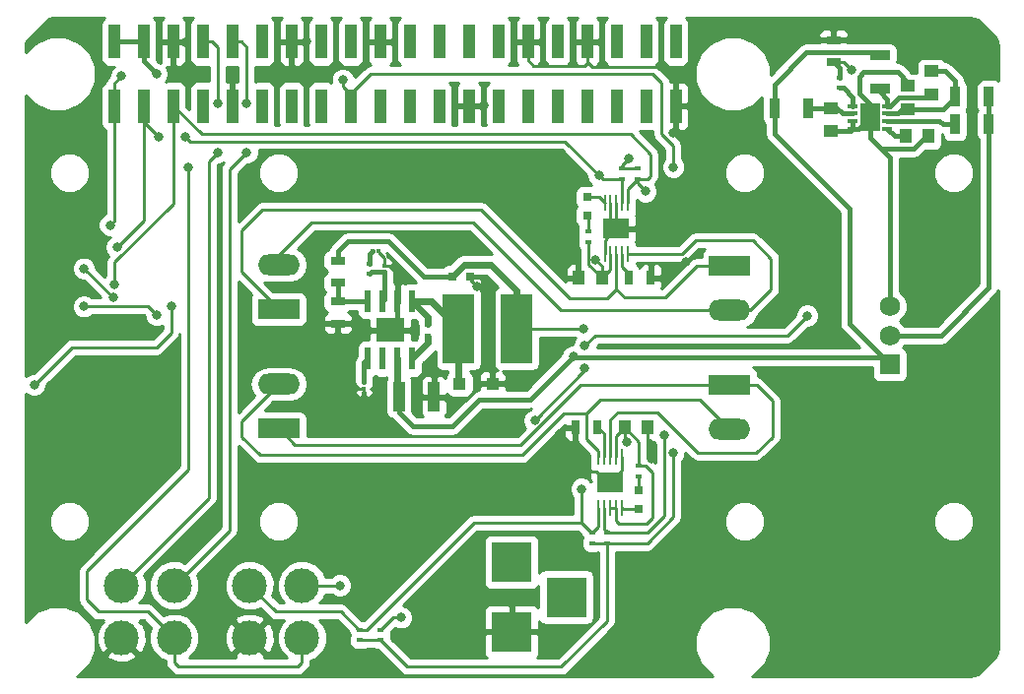
<source format=gbl>
G04 #@! TF.GenerationSoftware,KiCad,Pcbnew,(2017-02-06 revision 13395d34d)-master*
G04 #@! TF.CreationDate,2017-04-12T16:15:42-03:00*
G04 #@! TF.ProjectId,resin-rover,726573696E2D726F7665722E6B696361,rev?*
G04 #@! TF.FileFunction,Copper,L2,Bot,Signal*
G04 #@! TF.FilePolarity,Positive*
%FSLAX46Y46*%
G04 Gerber Fmt 4.6, Leading zero omitted, Abs format (unit mm)*
G04 Created by KiCad (PCBNEW (2017-02-06 revision 13395d34d)-master) date Wed Apr 12 16:15:42 2017*
%MOMM*%
%LPD*%
G01*
G04 APERTURE LIST*
%ADD10C,0.100000*%
%ADD11R,2.184400X1.727200*%
%ADD12R,0.279400X1.422400*%
%ADD13R,1.000000X1.250000*%
%ADD14R,1.250000X1.000000*%
%ADD15R,1.000000X2.500000*%
%ADD16R,0.350000X0.300000*%
%ADD17R,0.300000X0.350000*%
%ADD18R,0.500000X0.600000*%
%ADD19R,0.800000X0.750000*%
%ADD20R,0.800000X0.800000*%
%ADD21R,1.100000X1.100000*%
%ADD22R,3.500000X3.500000*%
%ADD23R,3.600000X1.800000*%
%ADD24O,3.600000X1.800000*%
%ADD25R,1.000000X3.000000*%
%ADD26R,2.700000X6.000000*%
%ADD27R,0.600000X0.400000*%
%ADD28R,0.700000X1.300000*%
%ADD29R,0.900000X1.700000*%
%ADD30R,1.700000X0.900000*%
%ADD31R,1.300000X0.700000*%
%ADD32R,0.812800X0.381000*%
%ADD33R,1.651000X2.387600*%
%ADD34R,0.558800X1.981200*%
%ADD35R,2.489200X2.006600*%
%ADD36C,1.750000*%
%ADD37R,1.750000X1.750000*%
%ADD38C,3.000000*%
%ADD39C,0.800000*%
%ADD40C,0.250000*%
%ADD41C,0.400000*%
%ADD42C,0.600000*%
%ADD43C,0.254000*%
G04 APERTURE END LIST*
D10*
D11*
X124500000Y-71800000D03*
D12*
X125490600Y-69615600D03*
X125008000Y-69615600D03*
X124500000Y-69615600D03*
X123992000Y-69615600D03*
X123509400Y-69615600D03*
X123509400Y-73984400D03*
X123992000Y-73984400D03*
X124500000Y-73984400D03*
X125008000Y-73984400D03*
X125490600Y-73984400D03*
D11*
X123950000Y-93650000D03*
D12*
X122959400Y-95834400D03*
X123442000Y-95834400D03*
X123950000Y-95834400D03*
X124458000Y-95834400D03*
X124940600Y-95834400D03*
X124940600Y-91465600D03*
X124458000Y-91465600D03*
X123950000Y-91465600D03*
X123442000Y-91465600D03*
X122959400Y-91465600D03*
D13*
X123250000Y-76050000D03*
X121250000Y-76050000D03*
D14*
X142950000Y-63450000D03*
X142950000Y-61450000D03*
X149550000Y-61550000D03*
X149550000Y-59550000D03*
X151550000Y-60250000D03*
X151550000Y-58250000D03*
D13*
X149350000Y-63850000D03*
X151350000Y-63850000D03*
X125200000Y-88900000D03*
X127200000Y-88900000D03*
D15*
X108825000Y-86275000D03*
X105825000Y-86275000D03*
D16*
X102825000Y-85555000D03*
X102825000Y-84995000D03*
D17*
X104105000Y-73775000D03*
X103545000Y-73775000D03*
D16*
X104575000Y-75555000D03*
X104575000Y-74995000D03*
D18*
X108325000Y-79975000D03*
X108325000Y-81075000D03*
D19*
X110450000Y-75900000D03*
X111950000Y-75900000D03*
D20*
X122000000Y-70700000D03*
X122000000Y-69100000D03*
X126450000Y-94350000D03*
X126450000Y-95950000D03*
D21*
X113850000Y-85150000D03*
X111050000Y-85150000D03*
D22*
X120200000Y-103500000D03*
X115500000Y-106500000D03*
X115500000Y-100500000D03*
D23*
X95500000Y-78750000D03*
D24*
X95500000Y-74940000D03*
D23*
X134250000Y-75000000D03*
D24*
X134250000Y-78810000D03*
X95500000Y-85190000D03*
D23*
X95500000Y-89000000D03*
D24*
X134250000Y-89060000D03*
D23*
X134250000Y-85250000D03*
D25*
X129630000Y-61270000D03*
X129630000Y-55730000D03*
X127090000Y-61270000D03*
X127090000Y-55730000D03*
X124550000Y-61270000D03*
X124550000Y-55730000D03*
X122010000Y-61270000D03*
X122010000Y-55730000D03*
X119470000Y-61270000D03*
X119470000Y-55730000D03*
X116930000Y-61270000D03*
X116930000Y-55730000D03*
X114390000Y-61270000D03*
X114390000Y-55730000D03*
X111850000Y-61270000D03*
X111850000Y-55730000D03*
X109310000Y-61270000D03*
X109310000Y-55730000D03*
X106770000Y-61270000D03*
X106770000Y-55730000D03*
X104230000Y-61270000D03*
X104230000Y-55730000D03*
X101690000Y-61270000D03*
X101690000Y-55730000D03*
X99150000Y-61270000D03*
X99150000Y-55730000D03*
X96610000Y-61270000D03*
X96610000Y-55730000D03*
X94070000Y-61270000D03*
X94070000Y-55730000D03*
X91530000Y-61270000D03*
X91530000Y-55730000D03*
X88990000Y-61270000D03*
X88990000Y-55730000D03*
X86450000Y-61270000D03*
X86450000Y-55730000D03*
X83910000Y-61270000D03*
X83910000Y-55730000D03*
X81370000Y-61270000D03*
X81370000Y-55730000D03*
D26*
X110950000Y-80400000D03*
X115950000Y-80400000D03*
D27*
X125000000Y-66650000D03*
X125000000Y-67550000D03*
X126300000Y-67550000D03*
X126300000Y-66650000D03*
D28*
X125550000Y-76050000D03*
X127450000Y-76050000D03*
D29*
X141000000Y-61450000D03*
X138100000Y-61450000D03*
X153600000Y-60450000D03*
X156500000Y-60450000D03*
X153600000Y-62850000D03*
X156500000Y-62850000D03*
D30*
X147150000Y-56900000D03*
X147150000Y-59800000D03*
D27*
X122100000Y-72050000D03*
X122100000Y-72950000D03*
X143650000Y-58800000D03*
X143650000Y-59700000D03*
D31*
X143150000Y-55600000D03*
X143150000Y-57500000D03*
D27*
X123700000Y-97950000D03*
X123700000Y-98850000D03*
X122450000Y-98850000D03*
X122450000Y-97950000D03*
D28*
X122900000Y-88900000D03*
X121000000Y-88900000D03*
D27*
X126450000Y-92200000D03*
X126450000Y-93100000D03*
X103325000Y-74825000D03*
X103325000Y-75725000D03*
D31*
X100575000Y-74575000D03*
X100575000Y-76475000D03*
X100575000Y-79975000D03*
X100575000Y-78075000D03*
D27*
X102500000Y-107200000D03*
X102500000Y-106300000D03*
X104250000Y-106300000D03*
X104250000Y-107200000D03*
D32*
X147773200Y-61284800D03*
X147773200Y-61919800D03*
X147773200Y-62580200D03*
X147773200Y-63215200D03*
X144826800Y-63215200D03*
X144826800Y-62580200D03*
X144826800Y-61919800D03*
X144826800Y-61284800D03*
D33*
X146300000Y-62250000D03*
D34*
X106980000Y-82988800D03*
X105710000Y-82988800D03*
X104440000Y-82988800D03*
X103170000Y-82988800D03*
X103170000Y-78061200D03*
X104440000Y-78061200D03*
X105710000Y-78061200D03*
X106980000Y-78061200D03*
D35*
X105075000Y-80525000D03*
D36*
X148000000Y-78500000D03*
X148000000Y-81000000D03*
D37*
X148000000Y-83500000D03*
D38*
X82000000Y-102500000D03*
X86500000Y-102500000D03*
X86500000Y-107000000D03*
X82000000Y-107000000D03*
X93000000Y-102500000D03*
X97500000Y-102500000D03*
X97500000Y-107000000D03*
X93000000Y-107000000D03*
D39*
X112500000Y-76750000D03*
X91500000Y-58750000D03*
X87500000Y-55750000D03*
X121400000Y-92700000D03*
X127500000Y-91600000D03*
X130500000Y-74700000D03*
X100900000Y-84100000D03*
X113100000Y-61200000D03*
X97900000Y-55700000D03*
X129400000Y-63600000D03*
X116750000Y-70750000D03*
X113500000Y-87750000D03*
X113500000Y-89250000D03*
X115000000Y-89250000D03*
X115000000Y-87750000D03*
X75500000Y-75500000D03*
X75500000Y-82000000D03*
X75750000Y-88500000D03*
X122700000Y-74500000D03*
X125400000Y-90200000D03*
X121700000Y-80400000D03*
X101000000Y-59000000D03*
X82000000Y-58700000D03*
X125600000Y-65800000D03*
X129400000Y-66500000D03*
X129400000Y-91100000D03*
X81000000Y-71500000D03*
X120800000Y-82800000D03*
X85000000Y-58500000D03*
X87750000Y-66500000D03*
X92750000Y-61000000D03*
X92750000Y-65250000D03*
X90250000Y-61000000D03*
X90250000Y-65250000D03*
X127000000Y-68600000D03*
X121500000Y-94200000D03*
X81400000Y-76600000D03*
X100750000Y-102500000D03*
X106000000Y-105250000D03*
X123000000Y-67200000D03*
X128600000Y-89600000D03*
X85200000Y-63900000D03*
X87500000Y-63900000D03*
X81600000Y-73400000D03*
X78750000Y-75250000D03*
X81250000Y-77750000D03*
X78750000Y-78500000D03*
X85000000Y-79250000D03*
X144700000Y-58200000D03*
X140900000Y-79300000D03*
X121800000Y-81900000D03*
X121800000Y-83800000D03*
X117500000Y-88300000D03*
X86250000Y-78500000D03*
X74500000Y-85250000D03*
D40*
X111950000Y-75900000D02*
X111950000Y-76200000D01*
X111950000Y-76200000D02*
X112500000Y-76750000D01*
X91530000Y-61270000D02*
X91530000Y-58780000D01*
X91530000Y-58780000D02*
X91500000Y-58750000D01*
X86450000Y-55730000D02*
X87480000Y-55730000D01*
X87480000Y-55730000D02*
X87500000Y-55750000D01*
X123950000Y-93650000D02*
X123721400Y-93650000D01*
X123721400Y-93650000D02*
X122771400Y-92700000D01*
X122771400Y-92700000D02*
X121400000Y-92700000D01*
X127200000Y-88900000D02*
X127200000Y-91300000D01*
X127200000Y-91300000D02*
X127500000Y-91600000D01*
X127450000Y-76050000D02*
X129150000Y-76050000D01*
X129150000Y-76050000D02*
X130500000Y-74700000D01*
X111500000Y-86600000D02*
X112950000Y-85150000D01*
X112950000Y-85150000D02*
X113850000Y-85150000D01*
X109900000Y-86600000D02*
X111500000Y-86600000D01*
X108825000Y-86275000D02*
X109575000Y-86275000D01*
X109575000Y-86275000D02*
X109900000Y-86600000D01*
X104575000Y-74995000D02*
X105000000Y-74995000D01*
X105000000Y-74995000D02*
X105710000Y-75705000D01*
X105710000Y-75705000D02*
X105710000Y-76820600D01*
X105710000Y-76820600D02*
X105710000Y-78061200D01*
X104600000Y-74295000D02*
X104575000Y-74320000D01*
X104575000Y-74320000D02*
X104575000Y-74995000D01*
X104105000Y-73775000D02*
X104105000Y-73800000D01*
X104105000Y-73800000D02*
X104600000Y-74295000D01*
X102825000Y-85555000D02*
X102355000Y-85555000D01*
X102355000Y-85555000D02*
X100900000Y-84100000D01*
X111850000Y-61270000D02*
X113030000Y-61270000D01*
X113030000Y-61270000D02*
X113100000Y-61200000D01*
X96610000Y-55730000D02*
X97870000Y-55730000D01*
X97870000Y-55730000D02*
X97900000Y-55700000D01*
X122010000Y-55730000D02*
X122010000Y-57510000D01*
X129630000Y-58930000D02*
X129630000Y-61270000D01*
X128600000Y-57900000D02*
X129630000Y-58930000D01*
X122400000Y-57900000D02*
X128600000Y-57900000D01*
X122010000Y-57510000D02*
X122400000Y-57900000D01*
X116930000Y-55730000D02*
X116930000Y-57330000D01*
X122010000Y-57590000D02*
X122010000Y-55730000D01*
X121800000Y-57800000D02*
X122010000Y-57590000D01*
X117400000Y-57800000D02*
X121800000Y-57800000D01*
X116930000Y-57330000D02*
X117400000Y-57800000D01*
X129630000Y-61270000D02*
X129630000Y-63370000D01*
X129630000Y-63370000D02*
X129400000Y-63600000D01*
X123509400Y-73984400D02*
X123509400Y-72790600D01*
X123509400Y-72790600D02*
X124500000Y-71800000D01*
X124940600Y-91465600D02*
X124940600Y-92659400D01*
X124940600Y-92659400D02*
X123950000Y-93650000D01*
X123992000Y-69615600D02*
X123992000Y-71292000D01*
X123992000Y-71292000D02*
X124500000Y-71800000D01*
X124500000Y-69615600D02*
X124500000Y-71800000D01*
D41*
X105710000Y-78061200D02*
X105710000Y-79890000D01*
X105710000Y-79890000D02*
X105075000Y-80525000D01*
D40*
X123250000Y-75050000D02*
X123250000Y-76050000D01*
X122700000Y-74500000D02*
X123250000Y-75050000D01*
X115950000Y-80400000D02*
X121700000Y-80400000D01*
X125200000Y-90000000D02*
X125200000Y-88900000D01*
X125400000Y-90200000D02*
X125200000Y-90000000D01*
X124458000Y-95834400D02*
X123950000Y-95834400D01*
X126450000Y-92200000D02*
X127000000Y-92200000D01*
X124458000Y-96958000D02*
X124458000Y-95834400D01*
X124700000Y-97200000D02*
X124458000Y-96958000D01*
X127100000Y-97200000D02*
X124700000Y-97200000D01*
X127600000Y-96700000D02*
X127100000Y-97200000D01*
X127600000Y-92800000D02*
X127600000Y-96700000D01*
X127000000Y-92200000D02*
X127600000Y-92800000D01*
X122100000Y-72950000D02*
X122100000Y-74900000D01*
X122100000Y-74900000D02*
X123250000Y-76050000D01*
X126450000Y-92200000D02*
X126450000Y-90150000D01*
X126450000Y-90150000D02*
X125200000Y-88900000D01*
X124458000Y-91465600D02*
X124458000Y-89642000D01*
X124458000Y-89642000D02*
X125200000Y-88900000D01*
X123992000Y-73984400D02*
X123992000Y-75308000D01*
X123992000Y-75308000D02*
X123250000Y-76050000D01*
D41*
X110450000Y-75900000D02*
X107950000Y-75900000D01*
X100575000Y-73775000D02*
X100575000Y-74575000D01*
X101450000Y-72900000D02*
X100575000Y-73775000D01*
X104950000Y-72900000D02*
X101450000Y-72900000D01*
X107950000Y-75900000D02*
X104950000Y-72900000D01*
D42*
X115950000Y-80400000D02*
X115950000Y-77150000D01*
X111450000Y-74900000D02*
X110450000Y-75900000D01*
X113700000Y-74900000D02*
X111450000Y-74900000D01*
X115950000Y-77150000D02*
X113700000Y-74900000D01*
D41*
X148000000Y-78500000D02*
X148000000Y-65700000D01*
X148000000Y-65700000D02*
X147250000Y-64950000D01*
X149550000Y-59550000D02*
X149550000Y-59250000D01*
X149550000Y-59250000D02*
X148650000Y-58350000D01*
X148650000Y-58350000D02*
X145750000Y-58350000D01*
X145750000Y-58350000D02*
X145350000Y-58750000D01*
X145350000Y-58750000D02*
X145350000Y-60150000D01*
X145350000Y-60150000D02*
X146300000Y-61100000D01*
X146300000Y-61100000D02*
X146300000Y-62250000D01*
X144826800Y-63215200D02*
X144826800Y-62580200D01*
X144826800Y-63215200D02*
X145334800Y-63215200D01*
X145334800Y-63215200D02*
X146300000Y-62250000D01*
X142950000Y-63450000D02*
X144592000Y-63450000D01*
X144592000Y-63450000D02*
X144826800Y-63215200D01*
X151350000Y-63850000D02*
X151150000Y-63850000D01*
X151150000Y-63850000D02*
X150050000Y-64950000D01*
X150050000Y-64950000D02*
X147250000Y-64950000D01*
X146300000Y-64000000D02*
X146300000Y-62250000D01*
X147250000Y-64950000D02*
X146300000Y-64000000D01*
X141000000Y-61450000D02*
X142950000Y-61450000D01*
X142950000Y-61450000D02*
X143450000Y-61450000D01*
X143450000Y-61450000D02*
X143919800Y-61919800D01*
X143919800Y-61919800D02*
X144826800Y-61919800D01*
X153600000Y-60450000D02*
X153600000Y-60500000D01*
X153600000Y-60500000D02*
X152550000Y-61550000D01*
X152550000Y-61550000D02*
X149550000Y-61550000D01*
X151550000Y-58250000D02*
X152750000Y-58250000D01*
X153600000Y-59100000D02*
X153600000Y-60450000D01*
X152750000Y-58250000D02*
X153600000Y-59100000D01*
X149550000Y-61550000D02*
X149050000Y-61550000D01*
X149050000Y-61550000D02*
X148680200Y-61919800D01*
X148680200Y-61919800D02*
X147773200Y-61919800D01*
X147150000Y-59800000D02*
X147150000Y-60050000D01*
X147150000Y-60050000D02*
X147773200Y-60673200D01*
X147773200Y-60673200D02*
X147773200Y-61284800D01*
X147773200Y-61284800D02*
X148015200Y-61284800D01*
X148015200Y-61284800D02*
X148750000Y-60550000D01*
X148750000Y-60550000D02*
X151250000Y-60550000D01*
X151250000Y-60550000D02*
X151550000Y-60250000D01*
X149350000Y-63850000D02*
X148408000Y-63850000D01*
X148408000Y-63850000D02*
X147773200Y-63215200D01*
D40*
X104250000Y-107200000D02*
X102500000Y-107200000D01*
X123700000Y-98850000D02*
X123700000Y-105550000D01*
X106550000Y-109500000D02*
X104250000Y-107200000D01*
X119750000Y-109500000D02*
X106550000Y-109500000D01*
X123700000Y-105550000D02*
X119750000Y-109500000D01*
X101000000Y-59000000D02*
X101000000Y-59565685D01*
X101000000Y-59565685D02*
X101690000Y-60255685D01*
X101690000Y-60255685D02*
X101690000Y-61270000D01*
X81370000Y-61270000D02*
X81370000Y-59330000D01*
X81370000Y-59330000D02*
X82000000Y-58700000D01*
X125000000Y-66650000D02*
X125000000Y-66400000D01*
X125000000Y-66400000D02*
X125600000Y-65800000D01*
X129400000Y-66500000D02*
X129400000Y-64700000D01*
X103400000Y-58500000D02*
X124800000Y-58500000D01*
X103400000Y-58500000D02*
X101690000Y-60210000D01*
X129400000Y-64700000D02*
X128400000Y-63700000D01*
X128400000Y-63700000D02*
X128400000Y-59300000D01*
X128400000Y-59300000D02*
X127600000Y-58500000D01*
X127600000Y-58500000D02*
X124800000Y-58500000D01*
X123700000Y-98850000D02*
X127150000Y-98850000D01*
X127150000Y-98850000D02*
X129400000Y-96600000D01*
X129400000Y-96600000D02*
X129400000Y-91100000D01*
X122450000Y-98850000D02*
X123700000Y-98850000D01*
X125000000Y-66650000D02*
X126300000Y-66650000D01*
X101690000Y-61270000D02*
X101690000Y-60210000D01*
X81370000Y-61270000D02*
X81370000Y-71130000D01*
X81370000Y-71130000D02*
X81000000Y-71500000D01*
D41*
X138100000Y-61450000D02*
X138100000Y-63700000D01*
X144500000Y-80000000D02*
X148000000Y-83500000D01*
X144500000Y-70100000D02*
X144500000Y-80000000D01*
X138100000Y-63700000D02*
X144500000Y-70100000D01*
X138100000Y-61450000D02*
X138100000Y-59400000D01*
X140850000Y-56650000D02*
X146900000Y-56650000D01*
X138100000Y-59400000D02*
X140850000Y-56650000D01*
X146900000Y-56650000D02*
X147150000Y-56900000D01*
X105825000Y-86275000D02*
X105825000Y-87625000D01*
X117100000Y-86500000D02*
X120800000Y-82800000D01*
X112700000Y-86500000D02*
X117100000Y-86500000D01*
X110400000Y-88800000D02*
X112700000Y-86500000D01*
X107000000Y-88800000D02*
X110400000Y-88800000D01*
X105825000Y-87625000D02*
X107000000Y-88800000D01*
X120900000Y-82900000D02*
X147400000Y-82900000D01*
X120800000Y-82800000D02*
X120900000Y-82900000D01*
X147400000Y-82900000D02*
X148000000Y-83500000D01*
D42*
X105710000Y-82988800D02*
X105710000Y-86160000D01*
X105710000Y-86160000D02*
X105825000Y-86275000D01*
D41*
X102825000Y-84995000D02*
X102825000Y-83333800D01*
X102825000Y-83333800D02*
X103170000Y-82988800D01*
X103325000Y-74825000D02*
X103325000Y-73995000D01*
X103325000Y-73995000D02*
X103545000Y-73775000D01*
X104575000Y-75555000D02*
X103495000Y-75555000D01*
X103495000Y-75555000D02*
X103325000Y-75725000D01*
X104575000Y-75555000D02*
X104575000Y-77926200D01*
X104575000Y-77926200D02*
X104440000Y-78061200D01*
D42*
X110950000Y-80400000D02*
X110950000Y-85050000D01*
X110950000Y-85050000D02*
X111050000Y-85150000D01*
X106980000Y-78061200D02*
X108611200Y-78061200D01*
X108611200Y-78061200D02*
X110950000Y-80400000D01*
X108325000Y-79975000D02*
X108325000Y-79406200D01*
X108325000Y-79406200D02*
X106980000Y-78061200D01*
X108325000Y-81075000D02*
X108325000Y-81643800D01*
X108325000Y-81643800D02*
X106980000Y-82988800D01*
D41*
X83910000Y-57410000D02*
X85000000Y-58500000D01*
X83910000Y-55730000D02*
X83910000Y-57410000D01*
D40*
X79000000Y-101250000D02*
X87750000Y-92500000D01*
X86500000Y-107000000D02*
X84250000Y-104750000D01*
X84250000Y-104750000D02*
X80000000Y-104750000D01*
X80000000Y-104750000D02*
X79000000Y-103750000D01*
X79000000Y-103750000D02*
X79000000Y-101250000D01*
X87750000Y-92500000D02*
X87750000Y-66500000D01*
X86500000Y-107000000D02*
X86500000Y-109121320D01*
X86878680Y-109500000D02*
X97121320Y-109500000D01*
X86500000Y-109121320D02*
X86878680Y-109500000D01*
X97121320Y-109500000D02*
X97500000Y-109121320D01*
X97500000Y-109121320D02*
X97500000Y-107000000D01*
D41*
X81370000Y-55730000D02*
X83910000Y-55730000D01*
D40*
X122000000Y-69100000D02*
X122993800Y-69100000D01*
X122993800Y-69100000D02*
X123509400Y-69615600D01*
X122100000Y-72050000D02*
X122100000Y-70800000D01*
X122100000Y-70800000D02*
X122000000Y-70700000D01*
X126450000Y-94350000D02*
X126450000Y-93100000D01*
X126450000Y-95950000D02*
X125056200Y-95950000D01*
X125056200Y-95950000D02*
X124940600Y-95834400D01*
D41*
X156500000Y-62850000D02*
X156500000Y-76900000D01*
X152400000Y-81000000D02*
X148000000Y-81000000D01*
X156500000Y-76900000D02*
X152400000Y-81000000D01*
X156500000Y-62850000D02*
X156500000Y-60450000D01*
D40*
X124500000Y-77000000D02*
X123700000Y-77800000D01*
X92300000Y-75550000D02*
X95500000Y-78750000D01*
X92300000Y-72000000D02*
X92300000Y-75550000D01*
X94100000Y-70200000D02*
X92300000Y-72000000D01*
X112900000Y-70200000D02*
X94100000Y-70200000D01*
X120500000Y-77800000D02*
X112900000Y-70200000D01*
X123700000Y-77800000D02*
X120500000Y-77800000D01*
X124500000Y-73984400D02*
X124500000Y-77000000D01*
X131400000Y-75000000D02*
X134250000Y-75000000D01*
X128700000Y-77700000D02*
X131400000Y-75000000D01*
X125200000Y-77700000D02*
X128700000Y-77700000D01*
X124500000Y-77000000D02*
X125200000Y-77700000D01*
X134250000Y-78810000D02*
X119710000Y-78810000D01*
X98300000Y-71300000D02*
X95500000Y-74100000D01*
X112200000Y-71300000D02*
X98300000Y-71300000D01*
X119710000Y-78810000D02*
X112200000Y-71300000D01*
X95500000Y-74100000D02*
X95500000Y-74940000D01*
X125490600Y-73984400D02*
X130115600Y-73984400D01*
X137800000Y-77000000D02*
X135990000Y-78810000D01*
X137800000Y-74400000D02*
X137800000Y-77000000D01*
X136200000Y-72800000D02*
X137800000Y-74400000D01*
X131300000Y-72800000D02*
X136200000Y-72800000D01*
X130115600Y-73984400D02*
X131300000Y-72800000D01*
X135990000Y-78810000D02*
X134250000Y-78810000D01*
X121900000Y-87700000D02*
X120000000Y-87700000D01*
X92300000Y-88390000D02*
X95500000Y-85190000D01*
X92300000Y-89700000D02*
X92300000Y-88390000D01*
X93900000Y-91300000D02*
X92300000Y-89700000D01*
X116400000Y-91300000D02*
X93900000Y-91300000D01*
X120000000Y-87700000D02*
X116400000Y-91300000D01*
X122959400Y-91465600D02*
X122959400Y-90959400D01*
X122959400Y-90959400D02*
X121900000Y-89900000D01*
X121900000Y-89900000D02*
X121900000Y-87700000D01*
X121900000Y-87700000D02*
X123100000Y-86500000D01*
X123100000Y-86500000D02*
X131690000Y-86500000D01*
X131690000Y-86500000D02*
X134250000Y-89060000D01*
X134250000Y-85250000D02*
X121450000Y-85250000D01*
X96900000Y-90400000D02*
X95500000Y-89000000D01*
X116300000Y-90400000D02*
X96900000Y-90400000D01*
X121450000Y-85250000D02*
X116300000Y-90400000D01*
X123950000Y-91465600D02*
X123950000Y-88250000D01*
X136550000Y-85250000D02*
X134250000Y-85250000D01*
X137900000Y-86600000D02*
X136550000Y-85250000D01*
X137900000Y-89700000D02*
X137900000Y-86600000D01*
X136500000Y-91100000D02*
X137900000Y-89700000D01*
X131500000Y-91100000D02*
X136500000Y-91100000D01*
X128000000Y-87600000D02*
X131500000Y-91100000D01*
X124600000Y-87600000D02*
X128000000Y-87600000D01*
X123950000Y-88250000D02*
X124600000Y-87600000D01*
X92750000Y-61000000D02*
X92750000Y-56200000D01*
X92750000Y-56200000D02*
X92280000Y-55730000D01*
X92280000Y-55730000D02*
X91530000Y-55730000D01*
X91250000Y-97750000D02*
X91250000Y-66750000D01*
X91250000Y-66750000D02*
X92750000Y-65250000D01*
X86500000Y-102500000D02*
X91250000Y-97750000D01*
X90250000Y-61000000D02*
X90250000Y-56240000D01*
X90250000Y-56240000D02*
X89740000Y-55730000D01*
X89740000Y-55730000D02*
X88990000Y-55730000D01*
X89500000Y-95000000D02*
X89500000Y-66000000D01*
X89500000Y-66000000D02*
X90250000Y-65250000D01*
X82000000Y-102500000D02*
X89500000Y-95000000D01*
X100850000Y-104750000D02*
X95250000Y-104750000D01*
X95250000Y-104750000D02*
X93000000Y-102500000D01*
X102500000Y-106300000D02*
X102400000Y-106300000D01*
X102400000Y-106300000D02*
X100850000Y-104750000D01*
X121500000Y-97100000D02*
X112250000Y-97100000D01*
X112250000Y-97100000D02*
X103050000Y-106300000D01*
X103050000Y-106300000D02*
X102500000Y-106300000D01*
X122450000Y-97950000D02*
X122350000Y-97950000D01*
X122350000Y-97950000D02*
X121500000Y-97100000D01*
X126300000Y-67900000D02*
X126300000Y-67550000D01*
X127000000Y-68600000D02*
X126300000Y-67900000D01*
X121500000Y-97100000D02*
X121500000Y-94200000D01*
X126300000Y-67550000D02*
X127150000Y-67550000D01*
X88880000Y-63700000D02*
X86450000Y-61270000D01*
X125700000Y-63700000D02*
X88880000Y-63700000D01*
X127400000Y-65400000D02*
X125700000Y-63700000D01*
X127400000Y-67300000D02*
X127400000Y-65400000D01*
X127150000Y-67550000D02*
X127400000Y-67300000D01*
X122959400Y-95834400D02*
X122959400Y-97440600D01*
X122959400Y-97440600D02*
X122450000Y-97950000D01*
X125490600Y-69615600D02*
X125490600Y-68409400D01*
X125490600Y-68409400D02*
X126300000Y-67600000D01*
X126300000Y-67600000D02*
X126300000Y-67550000D01*
X81400000Y-76600000D02*
X81400000Y-74700000D01*
X81400000Y-74700000D02*
X86450000Y-69650000D01*
X86450000Y-69650000D02*
X86450000Y-61270000D01*
X100750000Y-102500000D02*
X97500000Y-102500000D01*
X106000000Y-105250000D02*
X105300000Y-105250000D01*
X105300000Y-105250000D02*
X104250000Y-106300000D01*
X123350000Y-67550000D02*
X123000000Y-67200000D01*
X123000000Y-67200000D02*
X120100000Y-64300000D01*
X124000000Y-97950000D02*
X127144988Y-97950000D01*
X127144988Y-97950000D02*
X128600000Y-96494988D01*
X128600000Y-96494988D02*
X128600000Y-89600000D01*
X125000000Y-67550000D02*
X123350000Y-67550000D01*
X85200000Y-63900000D02*
X83910000Y-62610000D01*
X87900000Y-64300000D02*
X87500000Y-63900000D01*
X120100000Y-64300000D02*
X87900000Y-64300000D01*
X83910000Y-62610000D02*
X83910000Y-61270000D01*
X123442000Y-95834400D02*
X123442000Y-97692000D01*
X123442000Y-97692000D02*
X124000000Y-97950000D01*
X125008000Y-69615600D02*
X125008000Y-67558000D01*
X125008000Y-67558000D02*
X125000000Y-67550000D01*
X83910000Y-71090000D02*
X83910000Y-61270000D01*
X81600000Y-73400000D02*
X83910000Y-71090000D01*
X125550000Y-76050000D02*
X125550000Y-75650000D01*
X125550000Y-75650000D02*
X125008000Y-75108000D01*
X125008000Y-75108000D02*
X125008000Y-73984400D01*
X81250000Y-77750000D02*
X78750000Y-75250000D01*
D41*
X153600000Y-62850000D02*
X152550000Y-62850000D01*
X152280200Y-62580200D02*
X147773200Y-62580200D01*
X152550000Y-62850000D02*
X152280200Y-62580200D01*
D40*
X78750000Y-78500000D02*
X84250000Y-78500000D01*
X84250000Y-78500000D02*
X85000000Y-79250000D01*
X144000000Y-57500000D02*
X143150000Y-57500000D01*
X144700000Y-58200000D02*
X144000000Y-57500000D01*
X139200000Y-81000000D02*
X140900000Y-79300000D01*
X122700000Y-81000000D02*
X139200000Y-81000000D01*
X121800000Y-81900000D02*
X122700000Y-81000000D01*
X121800000Y-84000000D02*
X121800000Y-83800000D01*
X117500000Y-88300000D02*
X121800000Y-84000000D01*
D41*
X143650000Y-58800000D02*
X143650000Y-58000000D01*
X143650000Y-58000000D02*
X143150000Y-57500000D01*
X143650000Y-59700000D02*
X144000000Y-59700000D01*
X144826800Y-60526800D02*
X144826800Y-61284800D01*
X144000000Y-59700000D02*
X144826800Y-60526800D01*
D40*
X86250000Y-80750000D02*
X86250000Y-78500000D01*
X85000000Y-82000000D02*
X86250000Y-80750000D01*
X77750000Y-82000000D02*
X85000000Y-82000000D01*
X74500000Y-85250000D02*
X77750000Y-82000000D01*
X123442000Y-91465600D02*
X123442000Y-89442000D01*
X123442000Y-89442000D02*
X122900000Y-88900000D01*
D41*
X100575000Y-78075000D02*
X103156200Y-78075000D01*
X103156200Y-78075000D02*
X103170000Y-78061200D01*
X100575000Y-76475000D02*
X100575000Y-78075000D01*
D43*
G36*
X157290000Y-107930069D02*
X157165768Y-108554626D01*
X155554626Y-110165768D01*
X154930069Y-110290000D01*
X136198049Y-110290000D01*
X136325561Y-110237313D01*
X137234123Y-109330336D01*
X137726439Y-108144706D01*
X137727559Y-106860926D01*
X137237313Y-105674439D01*
X136330336Y-104765877D01*
X135144706Y-104273561D01*
X133860926Y-104272441D01*
X132674439Y-104762687D01*
X131765877Y-105669664D01*
X131273561Y-106855294D01*
X131272441Y-108139074D01*
X131762687Y-109325561D01*
X132669664Y-110234123D01*
X132804231Y-110290000D01*
X78198049Y-110290000D01*
X78325561Y-110237313D01*
X79234123Y-109330336D01*
X79573107Y-108513970D01*
X80665635Y-108513970D01*
X80825418Y-108832739D01*
X81616187Y-109142723D01*
X82465387Y-109126497D01*
X83174582Y-108832739D01*
X83334365Y-108513970D01*
X82000000Y-107179605D01*
X80665635Y-108513970D01*
X79573107Y-108513970D01*
X79726439Y-108144706D01*
X79727559Y-106860926D01*
X79237313Y-105674439D01*
X78330336Y-104765877D01*
X77144706Y-104273561D01*
X75860926Y-104272441D01*
X74674439Y-104762687D01*
X73777000Y-105658560D01*
X73777000Y-97343599D01*
X75764699Y-97343599D01*
X76028281Y-97981515D01*
X76515918Y-98470004D01*
X77153373Y-98734699D01*
X77843599Y-98735301D01*
X78481515Y-98471719D01*
X78970004Y-97984082D01*
X79234699Y-97346627D01*
X79235301Y-96656401D01*
X78971719Y-96018485D01*
X78484082Y-95529996D01*
X77846627Y-95265301D01*
X77156401Y-95264699D01*
X76518485Y-95528281D01*
X76029996Y-96015918D01*
X75765301Y-96653373D01*
X75764699Y-97343599D01*
X73777000Y-97343599D01*
X73777000Y-85990728D01*
X73912954Y-86126919D01*
X74293223Y-86284820D01*
X74704971Y-86285179D01*
X75085515Y-86127942D01*
X75376919Y-85837046D01*
X75534820Y-85456777D01*
X75534966Y-85289836D01*
X78064802Y-82760000D01*
X85000000Y-82760000D01*
X85290839Y-82702148D01*
X85537401Y-82537401D01*
X86787401Y-81287401D01*
X86952148Y-81040839D01*
X86990000Y-80850546D01*
X86990000Y-92185198D01*
X78462599Y-100712599D01*
X78297852Y-100959161D01*
X78240000Y-101250000D01*
X78240000Y-103750000D01*
X78297852Y-104040839D01*
X78462599Y-104287401D01*
X79462599Y-105287401D01*
X79709161Y-105452148D01*
X80000000Y-105510000D01*
X80415020Y-105510000D01*
X80372706Y-105552314D01*
X80486028Y-105665636D01*
X80167261Y-105825418D01*
X79857277Y-106616187D01*
X79873503Y-107465387D01*
X80167261Y-108174582D01*
X80486030Y-108334365D01*
X81820395Y-107000000D01*
X81806253Y-106985858D01*
X81985858Y-106806253D01*
X82000000Y-106820395D01*
X82014143Y-106806253D01*
X82193748Y-106985858D01*
X82179605Y-107000000D01*
X83513970Y-108334365D01*
X83832739Y-108174582D01*
X84142723Y-107383813D01*
X84126497Y-106534613D01*
X83832739Y-105825418D01*
X83513972Y-105665636D01*
X83627294Y-105552314D01*
X83584980Y-105510000D01*
X83935198Y-105510000D01*
X84551181Y-106125983D01*
X84365372Y-106573459D01*
X84364630Y-107422815D01*
X84688980Y-108207800D01*
X85289041Y-108808909D01*
X85740000Y-108996164D01*
X85740000Y-109121320D01*
X85797852Y-109412159D01*
X85962599Y-109658721D01*
X86341279Y-110037401D01*
X86587840Y-110202148D01*
X86878680Y-110260000D01*
X97121320Y-110260000D01*
X97412159Y-110202148D01*
X97658721Y-110037401D01*
X98037401Y-109658721D01*
X98202148Y-109412160D01*
X98260000Y-109121320D01*
X98260000Y-108996048D01*
X98707800Y-108811020D01*
X99308909Y-108210959D01*
X99634628Y-107426541D01*
X99635370Y-106577185D01*
X99311020Y-105792200D01*
X99029312Y-105510000D01*
X100535198Y-105510000D01*
X101559354Y-106534156D01*
X101601843Y-106747765D01*
X101603336Y-106750000D01*
X101601843Y-106752235D01*
X101552560Y-107000000D01*
X101552560Y-107400000D01*
X101601843Y-107647765D01*
X101742191Y-107857809D01*
X101952235Y-107998157D01*
X102200000Y-108047440D01*
X102800000Y-108047440D01*
X103047765Y-107998157D01*
X103104871Y-107960000D01*
X103645129Y-107960000D01*
X103702235Y-107998157D01*
X103950000Y-108047440D01*
X104022638Y-108047440D01*
X106012599Y-110037401D01*
X106259160Y-110202148D01*
X106550000Y-110260000D01*
X119750000Y-110260000D01*
X120040839Y-110202148D01*
X120287401Y-110037401D01*
X124237401Y-106087401D01*
X124402148Y-105840839D01*
X124460000Y-105550000D01*
X124460000Y-99610000D01*
X127150000Y-99610000D01*
X127440839Y-99552148D01*
X127687401Y-99387401D01*
X129731203Y-97343599D01*
X133764699Y-97343599D01*
X134028281Y-97981515D01*
X134515918Y-98470004D01*
X135153373Y-98734699D01*
X135843599Y-98735301D01*
X136481515Y-98471719D01*
X136970004Y-97984082D01*
X137234699Y-97346627D01*
X137234701Y-97343599D01*
X151764699Y-97343599D01*
X152028281Y-97981515D01*
X152515918Y-98470004D01*
X153153373Y-98734699D01*
X153843599Y-98735301D01*
X154481515Y-98471719D01*
X154970004Y-97984082D01*
X155234699Y-97346627D01*
X155235301Y-96656401D01*
X154971719Y-96018485D01*
X154484082Y-95529996D01*
X153846627Y-95265301D01*
X153156401Y-95264699D01*
X152518485Y-95528281D01*
X152029996Y-96015918D01*
X151765301Y-96653373D01*
X151764699Y-97343599D01*
X137234701Y-97343599D01*
X137235301Y-96656401D01*
X136971719Y-96018485D01*
X136484082Y-95529996D01*
X135846627Y-95265301D01*
X135156401Y-95264699D01*
X134518485Y-95528281D01*
X134029996Y-96015918D01*
X133765301Y-96653373D01*
X133764699Y-97343599D01*
X129731203Y-97343599D01*
X129937401Y-97137401D01*
X130102148Y-96890839D01*
X130160000Y-96600000D01*
X130160000Y-91803761D01*
X130276919Y-91687046D01*
X130434820Y-91306777D01*
X130434992Y-91109794D01*
X130962599Y-91637401D01*
X131209160Y-91802148D01*
X131257414Y-91811746D01*
X131500000Y-91860000D01*
X136500000Y-91860000D01*
X136790839Y-91802148D01*
X137037401Y-91637401D01*
X138437401Y-90237401D01*
X138602148Y-89990839D01*
X138660000Y-89700000D01*
X138660000Y-86600000D01*
X138602148Y-86309161D01*
X138602148Y-86309160D01*
X138437401Y-86062599D01*
X137087401Y-84712599D01*
X136840839Y-84547852D01*
X136697440Y-84519328D01*
X136697440Y-84350000D01*
X136648157Y-84102235D01*
X136507809Y-83892191D01*
X136297765Y-83751843D01*
X136213089Y-83735000D01*
X146477560Y-83735000D01*
X146477560Y-84375000D01*
X146526843Y-84622765D01*
X146667191Y-84832809D01*
X146877235Y-84973157D01*
X147125000Y-85022440D01*
X148875000Y-85022440D01*
X149122765Y-84973157D01*
X149332809Y-84832809D01*
X149473157Y-84622765D01*
X149522440Y-84375000D01*
X149522440Y-82625000D01*
X149473157Y-82377235D01*
X149332809Y-82167191D01*
X149122765Y-82026843D01*
X149111030Y-82024509D01*
X149279370Y-81856463D01*
X149288282Y-81835000D01*
X152400000Y-81835000D01*
X152719541Y-81771439D01*
X152990434Y-81590434D01*
X157090434Y-77490434D01*
X157271440Y-77219540D01*
X157290000Y-77126232D01*
X157290000Y-107930069D01*
X157290000Y-107930069D01*
G37*
X157290000Y-107930069D02*
X157165768Y-108554626D01*
X155554626Y-110165768D01*
X154930069Y-110290000D01*
X136198049Y-110290000D01*
X136325561Y-110237313D01*
X137234123Y-109330336D01*
X137726439Y-108144706D01*
X137727559Y-106860926D01*
X137237313Y-105674439D01*
X136330336Y-104765877D01*
X135144706Y-104273561D01*
X133860926Y-104272441D01*
X132674439Y-104762687D01*
X131765877Y-105669664D01*
X131273561Y-106855294D01*
X131272441Y-108139074D01*
X131762687Y-109325561D01*
X132669664Y-110234123D01*
X132804231Y-110290000D01*
X78198049Y-110290000D01*
X78325561Y-110237313D01*
X79234123Y-109330336D01*
X79573107Y-108513970D01*
X80665635Y-108513970D01*
X80825418Y-108832739D01*
X81616187Y-109142723D01*
X82465387Y-109126497D01*
X83174582Y-108832739D01*
X83334365Y-108513970D01*
X82000000Y-107179605D01*
X80665635Y-108513970D01*
X79573107Y-108513970D01*
X79726439Y-108144706D01*
X79727559Y-106860926D01*
X79237313Y-105674439D01*
X78330336Y-104765877D01*
X77144706Y-104273561D01*
X75860926Y-104272441D01*
X74674439Y-104762687D01*
X73777000Y-105658560D01*
X73777000Y-97343599D01*
X75764699Y-97343599D01*
X76028281Y-97981515D01*
X76515918Y-98470004D01*
X77153373Y-98734699D01*
X77843599Y-98735301D01*
X78481515Y-98471719D01*
X78970004Y-97984082D01*
X79234699Y-97346627D01*
X79235301Y-96656401D01*
X78971719Y-96018485D01*
X78484082Y-95529996D01*
X77846627Y-95265301D01*
X77156401Y-95264699D01*
X76518485Y-95528281D01*
X76029996Y-96015918D01*
X75765301Y-96653373D01*
X75764699Y-97343599D01*
X73777000Y-97343599D01*
X73777000Y-85990728D01*
X73912954Y-86126919D01*
X74293223Y-86284820D01*
X74704971Y-86285179D01*
X75085515Y-86127942D01*
X75376919Y-85837046D01*
X75534820Y-85456777D01*
X75534966Y-85289836D01*
X78064802Y-82760000D01*
X85000000Y-82760000D01*
X85290839Y-82702148D01*
X85537401Y-82537401D01*
X86787401Y-81287401D01*
X86952148Y-81040839D01*
X86990000Y-80850546D01*
X86990000Y-92185198D01*
X78462599Y-100712599D01*
X78297852Y-100959161D01*
X78240000Y-101250000D01*
X78240000Y-103750000D01*
X78297852Y-104040839D01*
X78462599Y-104287401D01*
X79462599Y-105287401D01*
X79709161Y-105452148D01*
X80000000Y-105510000D01*
X80415020Y-105510000D01*
X80372706Y-105552314D01*
X80486028Y-105665636D01*
X80167261Y-105825418D01*
X79857277Y-106616187D01*
X79873503Y-107465387D01*
X80167261Y-108174582D01*
X80486030Y-108334365D01*
X81820395Y-107000000D01*
X81806253Y-106985858D01*
X81985858Y-106806253D01*
X82000000Y-106820395D01*
X82014143Y-106806253D01*
X82193748Y-106985858D01*
X82179605Y-107000000D01*
X83513970Y-108334365D01*
X83832739Y-108174582D01*
X84142723Y-107383813D01*
X84126497Y-106534613D01*
X83832739Y-105825418D01*
X83513972Y-105665636D01*
X83627294Y-105552314D01*
X83584980Y-105510000D01*
X83935198Y-105510000D01*
X84551181Y-106125983D01*
X84365372Y-106573459D01*
X84364630Y-107422815D01*
X84688980Y-108207800D01*
X85289041Y-108808909D01*
X85740000Y-108996164D01*
X85740000Y-109121320D01*
X85797852Y-109412159D01*
X85962599Y-109658721D01*
X86341279Y-110037401D01*
X86587840Y-110202148D01*
X86878680Y-110260000D01*
X97121320Y-110260000D01*
X97412159Y-110202148D01*
X97658721Y-110037401D01*
X98037401Y-109658721D01*
X98202148Y-109412160D01*
X98260000Y-109121320D01*
X98260000Y-108996048D01*
X98707800Y-108811020D01*
X99308909Y-108210959D01*
X99634628Y-107426541D01*
X99635370Y-106577185D01*
X99311020Y-105792200D01*
X99029312Y-105510000D01*
X100535198Y-105510000D01*
X101559354Y-106534156D01*
X101601843Y-106747765D01*
X101603336Y-106750000D01*
X101601843Y-106752235D01*
X101552560Y-107000000D01*
X101552560Y-107400000D01*
X101601843Y-107647765D01*
X101742191Y-107857809D01*
X101952235Y-107998157D01*
X102200000Y-108047440D01*
X102800000Y-108047440D01*
X103047765Y-107998157D01*
X103104871Y-107960000D01*
X103645129Y-107960000D01*
X103702235Y-107998157D01*
X103950000Y-108047440D01*
X104022638Y-108047440D01*
X106012599Y-110037401D01*
X106259160Y-110202148D01*
X106550000Y-110260000D01*
X119750000Y-110260000D01*
X120040839Y-110202148D01*
X120287401Y-110037401D01*
X124237401Y-106087401D01*
X124402148Y-105840839D01*
X124460000Y-105550000D01*
X124460000Y-99610000D01*
X127150000Y-99610000D01*
X127440839Y-99552148D01*
X127687401Y-99387401D01*
X129731203Y-97343599D01*
X133764699Y-97343599D01*
X134028281Y-97981515D01*
X134515918Y-98470004D01*
X135153373Y-98734699D01*
X135843599Y-98735301D01*
X136481515Y-98471719D01*
X136970004Y-97984082D01*
X137234699Y-97346627D01*
X137234701Y-97343599D01*
X151764699Y-97343599D01*
X152028281Y-97981515D01*
X152515918Y-98470004D01*
X153153373Y-98734699D01*
X153843599Y-98735301D01*
X154481515Y-98471719D01*
X154970004Y-97984082D01*
X155234699Y-97346627D01*
X155235301Y-96656401D01*
X154971719Y-96018485D01*
X154484082Y-95529996D01*
X153846627Y-95265301D01*
X153156401Y-95264699D01*
X152518485Y-95528281D01*
X152029996Y-96015918D01*
X151765301Y-96653373D01*
X151764699Y-97343599D01*
X137234701Y-97343599D01*
X137235301Y-96656401D01*
X136971719Y-96018485D01*
X136484082Y-95529996D01*
X135846627Y-95265301D01*
X135156401Y-95264699D01*
X134518485Y-95528281D01*
X134029996Y-96015918D01*
X133765301Y-96653373D01*
X133764699Y-97343599D01*
X129731203Y-97343599D01*
X129937401Y-97137401D01*
X130102148Y-96890839D01*
X130160000Y-96600000D01*
X130160000Y-91803761D01*
X130276919Y-91687046D01*
X130434820Y-91306777D01*
X130434992Y-91109794D01*
X130962599Y-91637401D01*
X131209160Y-91802148D01*
X131257414Y-91811746D01*
X131500000Y-91860000D01*
X136500000Y-91860000D01*
X136790839Y-91802148D01*
X137037401Y-91637401D01*
X138437401Y-90237401D01*
X138602148Y-89990839D01*
X138660000Y-89700000D01*
X138660000Y-86600000D01*
X138602148Y-86309161D01*
X138602148Y-86309160D01*
X138437401Y-86062599D01*
X137087401Y-84712599D01*
X136840839Y-84547852D01*
X136697440Y-84519328D01*
X136697440Y-84350000D01*
X136648157Y-84102235D01*
X136507809Y-83892191D01*
X136297765Y-83751843D01*
X136213089Y-83735000D01*
X146477560Y-83735000D01*
X146477560Y-84375000D01*
X146526843Y-84622765D01*
X146667191Y-84832809D01*
X146877235Y-84973157D01*
X147125000Y-85022440D01*
X148875000Y-85022440D01*
X149122765Y-84973157D01*
X149332809Y-84832809D01*
X149473157Y-84622765D01*
X149522440Y-84375000D01*
X149522440Y-82625000D01*
X149473157Y-82377235D01*
X149332809Y-82167191D01*
X149122765Y-82026843D01*
X149111030Y-82024509D01*
X149279370Y-81856463D01*
X149288282Y-81835000D01*
X152400000Y-81835000D01*
X152719541Y-81771439D01*
X152990434Y-81590434D01*
X157090434Y-77490434D01*
X157271440Y-77219540D01*
X157290000Y-77126232D01*
X157290000Y-107930069D01*
G36*
X121509354Y-98184156D02*
X121551843Y-98397765D01*
X121553336Y-98400000D01*
X121551843Y-98402235D01*
X121502560Y-98650000D01*
X121502560Y-99050000D01*
X121551843Y-99297765D01*
X121692191Y-99507809D01*
X121902235Y-99648157D01*
X122150000Y-99697440D01*
X122750000Y-99697440D01*
X122940000Y-99659647D01*
X122940000Y-105235198D01*
X119435198Y-108740000D01*
X117658026Y-108740000D01*
X117788327Y-108609698D01*
X117885000Y-108376309D01*
X117885000Y-106785750D01*
X117726250Y-106627000D01*
X115627000Y-106627000D01*
X115627000Y-106647000D01*
X115373000Y-106647000D01*
X115373000Y-106627000D01*
X113273750Y-106627000D01*
X113115000Y-106785750D01*
X113115000Y-108376309D01*
X113211673Y-108609698D01*
X113341974Y-108740000D01*
X106864802Y-108740000D01*
X105197440Y-107072638D01*
X105197440Y-107000000D01*
X105148157Y-106752235D01*
X105146664Y-106750000D01*
X105148157Y-106747765D01*
X105197440Y-106500000D01*
X105197440Y-106427362D01*
X105472965Y-106151837D01*
X105793223Y-106284820D01*
X106204971Y-106285179D01*
X106585515Y-106127942D01*
X106876919Y-105837046D01*
X107034820Y-105456777D01*
X107035179Y-105045029D01*
X106877942Y-104664485D01*
X106837220Y-104623691D01*
X113115000Y-104623691D01*
X113115000Y-106214250D01*
X113273750Y-106373000D01*
X115373000Y-106373000D01*
X115373000Y-104273750D01*
X115214250Y-104115000D01*
X113623690Y-104115000D01*
X113390301Y-104211673D01*
X113211673Y-104390302D01*
X113115000Y-104623691D01*
X106837220Y-104623691D01*
X106587046Y-104373081D01*
X106208787Y-104216015D01*
X111674802Y-98750000D01*
X113102560Y-98750000D01*
X113102560Y-102250000D01*
X113151843Y-102497765D01*
X113292191Y-102707809D01*
X113502235Y-102848157D01*
X113750000Y-102897440D01*
X117250000Y-102897440D01*
X117497765Y-102848157D01*
X117707809Y-102707809D01*
X117802560Y-102566005D01*
X117802560Y-104424663D01*
X117788327Y-104390302D01*
X117609699Y-104211673D01*
X117376310Y-104115000D01*
X115785750Y-104115000D01*
X115627000Y-104273750D01*
X115627000Y-106373000D01*
X117726250Y-106373000D01*
X117885000Y-106214250D01*
X117885000Y-105547388D01*
X117992191Y-105707809D01*
X118202235Y-105848157D01*
X118450000Y-105897440D01*
X121950000Y-105897440D01*
X122197765Y-105848157D01*
X122407809Y-105707809D01*
X122548157Y-105497765D01*
X122597440Y-105250000D01*
X122597440Y-101750000D01*
X122548157Y-101502235D01*
X122407809Y-101292191D01*
X122197765Y-101151843D01*
X121950000Y-101102560D01*
X118450000Y-101102560D01*
X118202235Y-101151843D01*
X117992191Y-101292191D01*
X117897440Y-101433995D01*
X117897440Y-98750000D01*
X117848157Y-98502235D01*
X117707809Y-98292191D01*
X117497765Y-98151843D01*
X117250000Y-98102560D01*
X113750000Y-98102560D01*
X113502235Y-98151843D01*
X113292191Y-98292191D01*
X113151843Y-98502235D01*
X113102560Y-98750000D01*
X111674802Y-98750000D01*
X112564802Y-97860000D01*
X121185198Y-97860000D01*
X121509354Y-98184156D01*
X121509354Y-98184156D01*
G37*
X121509354Y-98184156D02*
X121551843Y-98397765D01*
X121553336Y-98400000D01*
X121551843Y-98402235D01*
X121502560Y-98650000D01*
X121502560Y-99050000D01*
X121551843Y-99297765D01*
X121692191Y-99507809D01*
X121902235Y-99648157D01*
X122150000Y-99697440D01*
X122750000Y-99697440D01*
X122940000Y-99659647D01*
X122940000Y-105235198D01*
X119435198Y-108740000D01*
X117658026Y-108740000D01*
X117788327Y-108609698D01*
X117885000Y-108376309D01*
X117885000Y-106785750D01*
X117726250Y-106627000D01*
X115627000Y-106627000D01*
X115627000Y-106647000D01*
X115373000Y-106647000D01*
X115373000Y-106627000D01*
X113273750Y-106627000D01*
X113115000Y-106785750D01*
X113115000Y-108376309D01*
X113211673Y-108609698D01*
X113341974Y-108740000D01*
X106864802Y-108740000D01*
X105197440Y-107072638D01*
X105197440Y-107000000D01*
X105148157Y-106752235D01*
X105146664Y-106750000D01*
X105148157Y-106747765D01*
X105197440Y-106500000D01*
X105197440Y-106427362D01*
X105472965Y-106151837D01*
X105793223Y-106284820D01*
X106204971Y-106285179D01*
X106585515Y-106127942D01*
X106876919Y-105837046D01*
X107034820Y-105456777D01*
X107035179Y-105045029D01*
X106877942Y-104664485D01*
X106837220Y-104623691D01*
X113115000Y-104623691D01*
X113115000Y-106214250D01*
X113273750Y-106373000D01*
X115373000Y-106373000D01*
X115373000Y-104273750D01*
X115214250Y-104115000D01*
X113623690Y-104115000D01*
X113390301Y-104211673D01*
X113211673Y-104390302D01*
X113115000Y-104623691D01*
X106837220Y-104623691D01*
X106587046Y-104373081D01*
X106208787Y-104216015D01*
X111674802Y-98750000D01*
X113102560Y-98750000D01*
X113102560Y-102250000D01*
X113151843Y-102497765D01*
X113292191Y-102707809D01*
X113502235Y-102848157D01*
X113750000Y-102897440D01*
X117250000Y-102897440D01*
X117497765Y-102848157D01*
X117707809Y-102707809D01*
X117802560Y-102566005D01*
X117802560Y-104424663D01*
X117788327Y-104390302D01*
X117609699Y-104211673D01*
X117376310Y-104115000D01*
X115785750Y-104115000D01*
X115627000Y-104273750D01*
X115627000Y-106373000D01*
X117726250Y-106373000D01*
X117885000Y-106214250D01*
X117885000Y-105547388D01*
X117992191Y-105707809D01*
X118202235Y-105848157D01*
X118450000Y-105897440D01*
X121950000Y-105897440D01*
X122197765Y-105848157D01*
X122407809Y-105707809D01*
X122548157Y-105497765D01*
X122597440Y-105250000D01*
X122597440Y-101750000D01*
X122548157Y-101502235D01*
X122407809Y-101292191D01*
X122197765Y-101151843D01*
X121950000Y-101102560D01*
X118450000Y-101102560D01*
X118202235Y-101151843D01*
X117992191Y-101292191D01*
X117897440Y-101433995D01*
X117897440Y-98750000D01*
X117848157Y-98502235D01*
X117707809Y-98292191D01*
X117497765Y-98151843D01*
X117250000Y-98102560D01*
X113750000Y-98102560D01*
X113502235Y-98151843D01*
X113292191Y-98292191D01*
X113151843Y-98502235D01*
X113102560Y-98750000D01*
X111674802Y-98750000D01*
X112564802Y-97860000D01*
X121185198Y-97860000D01*
X121509354Y-98184156D01*
G36*
X90712599Y-66212599D02*
X90547852Y-66459161D01*
X90490000Y-66750000D01*
X90490000Y-97435198D01*
X87374017Y-100551181D01*
X86926541Y-100365372D01*
X86077185Y-100364630D01*
X85292200Y-100688980D01*
X84691091Y-101289041D01*
X84365372Y-102073459D01*
X84364630Y-102922815D01*
X84688980Y-103707800D01*
X85289041Y-104308909D01*
X86073459Y-104634628D01*
X86922815Y-104635370D01*
X87707800Y-104311020D01*
X88308909Y-103710959D01*
X88634628Y-102926541D01*
X88635370Y-102077185D01*
X88448902Y-101625900D01*
X91787401Y-98287401D01*
X91952148Y-98040840D01*
X91970217Y-97950000D01*
X92010000Y-97750000D01*
X92010000Y-97343599D01*
X93764699Y-97343599D01*
X94028281Y-97981515D01*
X94515918Y-98470004D01*
X95153373Y-98734699D01*
X95843599Y-98735301D01*
X96481515Y-98471719D01*
X96970004Y-97984082D01*
X97234699Y-97346627D01*
X97235301Y-96656401D01*
X96971719Y-96018485D01*
X96484082Y-95529996D01*
X95846627Y-95265301D01*
X95156401Y-95264699D01*
X94518485Y-95528281D01*
X94029996Y-96015918D01*
X93765301Y-96653373D01*
X93764699Y-97343599D01*
X92010000Y-97343599D01*
X92010000Y-90484802D01*
X93362599Y-91837401D01*
X93609161Y-92002148D01*
X93900000Y-92060000D01*
X116400000Y-92060000D01*
X116690839Y-92002148D01*
X116937401Y-91837401D01*
X119589052Y-89185750D01*
X120015000Y-89185750D01*
X120015000Y-89676310D01*
X120111673Y-89909699D01*
X120290302Y-90088327D01*
X120523691Y-90185000D01*
X120714250Y-90185000D01*
X120873000Y-90026250D01*
X120873000Y-89027000D01*
X120173750Y-89027000D01*
X120015000Y-89185750D01*
X119589052Y-89185750D01*
X120087776Y-88687026D01*
X120173750Y-88773000D01*
X120873000Y-88773000D01*
X120873000Y-88753000D01*
X121127000Y-88753000D01*
X121127000Y-88773000D01*
X121140000Y-88773000D01*
X121140000Y-89027000D01*
X121127000Y-89027000D01*
X121127000Y-90026250D01*
X121174577Y-90073827D01*
X121197852Y-90190839D01*
X121362599Y-90437401D01*
X122172260Y-91247062D01*
X122172260Y-92176800D01*
X122221543Y-92424565D01*
X122282543Y-92515858D01*
X122222800Y-92660091D01*
X122222800Y-93364250D01*
X122381548Y-93522998D01*
X122286614Y-93522998D01*
X122087046Y-93323081D01*
X121706777Y-93165180D01*
X121295029Y-93164821D01*
X120914485Y-93322058D01*
X120623081Y-93612954D01*
X120465180Y-93993223D01*
X120464821Y-94404971D01*
X120622058Y-94785515D01*
X120740000Y-94903663D01*
X120740000Y-96340000D01*
X112250000Y-96340000D01*
X111959161Y-96397852D01*
X111712599Y-96562599D01*
X102818882Y-105456316D01*
X102800000Y-105452560D01*
X102627362Y-105452560D01*
X101387401Y-104212599D01*
X101140839Y-104047852D01*
X100850000Y-103990000D01*
X99029381Y-103990000D01*
X99308909Y-103710959D01*
X99496164Y-103260000D01*
X100046239Y-103260000D01*
X100162954Y-103376919D01*
X100543223Y-103534820D01*
X100954971Y-103535179D01*
X101335515Y-103377942D01*
X101626919Y-103087046D01*
X101784820Y-102706777D01*
X101785179Y-102295029D01*
X101627942Y-101914485D01*
X101337046Y-101623081D01*
X100956777Y-101465180D01*
X100545029Y-101464821D01*
X100164485Y-101622058D01*
X100046337Y-101740000D01*
X99496048Y-101740000D01*
X99311020Y-101292200D01*
X98710959Y-100691091D01*
X97926541Y-100365372D01*
X97077185Y-100364630D01*
X96292200Y-100688980D01*
X95691091Y-101289041D01*
X95365372Y-102073459D01*
X95364630Y-102922815D01*
X95688980Y-103707800D01*
X95970688Y-103990000D01*
X95564802Y-103990000D01*
X94948819Y-103374017D01*
X95134628Y-102926541D01*
X95135370Y-102077185D01*
X94811020Y-101292200D01*
X94210959Y-100691091D01*
X93426541Y-100365372D01*
X92577185Y-100364630D01*
X91792200Y-100688980D01*
X91191091Y-101289041D01*
X90865372Y-102073459D01*
X90864630Y-102922815D01*
X91188980Y-103707800D01*
X91789041Y-104308909D01*
X92573459Y-104634628D01*
X93422815Y-104635370D01*
X93874100Y-104448902D01*
X94712599Y-105287401D01*
X94959161Y-105452148D01*
X95250000Y-105510000D01*
X95970619Y-105510000D01*
X95691091Y-105789041D01*
X95365372Y-106573459D01*
X95364630Y-107422815D01*
X95688980Y-108207800D01*
X96220252Y-108740000D01*
X94221067Y-108740000D01*
X94334365Y-108513970D01*
X93000000Y-107179605D01*
X91665635Y-108513970D01*
X91778933Y-108740000D01*
X87778944Y-108740000D01*
X88308909Y-108210959D01*
X88634628Y-107426541D01*
X88635335Y-106616187D01*
X90857277Y-106616187D01*
X90873503Y-107465387D01*
X91167261Y-108174582D01*
X91486030Y-108334365D01*
X92820395Y-107000000D01*
X93179605Y-107000000D01*
X94513970Y-108334365D01*
X94832739Y-108174582D01*
X95142723Y-107383813D01*
X95126497Y-106534613D01*
X94832739Y-105825418D01*
X94513970Y-105665635D01*
X93179605Y-107000000D01*
X92820395Y-107000000D01*
X91486030Y-105665635D01*
X91167261Y-105825418D01*
X90857277Y-106616187D01*
X88635335Y-106616187D01*
X88635370Y-106577185D01*
X88311020Y-105792200D01*
X88005384Y-105486030D01*
X91665635Y-105486030D01*
X93000000Y-106820395D01*
X94334365Y-105486030D01*
X94174582Y-105167261D01*
X93383813Y-104857277D01*
X92534613Y-104873503D01*
X91825418Y-105167261D01*
X91665635Y-105486030D01*
X88005384Y-105486030D01*
X87710959Y-105191091D01*
X86926541Y-104865372D01*
X86077185Y-104864630D01*
X85625900Y-105051098D01*
X84787401Y-104212599D01*
X84540839Y-104047852D01*
X84250000Y-103990000D01*
X83529381Y-103990000D01*
X83808909Y-103710959D01*
X84134628Y-102926541D01*
X84135370Y-102077185D01*
X83948902Y-101625900D01*
X90037401Y-95537401D01*
X90202148Y-95290839D01*
X90260000Y-95000000D01*
X90260000Y-66314802D01*
X90289767Y-66285035D01*
X90454971Y-66285179D01*
X90770317Y-66154881D01*
X90712599Y-66212599D01*
X90712599Y-66212599D01*
G37*
X90712599Y-66212599D02*
X90547852Y-66459161D01*
X90490000Y-66750000D01*
X90490000Y-97435198D01*
X87374017Y-100551181D01*
X86926541Y-100365372D01*
X86077185Y-100364630D01*
X85292200Y-100688980D01*
X84691091Y-101289041D01*
X84365372Y-102073459D01*
X84364630Y-102922815D01*
X84688980Y-103707800D01*
X85289041Y-104308909D01*
X86073459Y-104634628D01*
X86922815Y-104635370D01*
X87707800Y-104311020D01*
X88308909Y-103710959D01*
X88634628Y-102926541D01*
X88635370Y-102077185D01*
X88448902Y-101625900D01*
X91787401Y-98287401D01*
X91952148Y-98040840D01*
X91970217Y-97950000D01*
X92010000Y-97750000D01*
X92010000Y-97343599D01*
X93764699Y-97343599D01*
X94028281Y-97981515D01*
X94515918Y-98470004D01*
X95153373Y-98734699D01*
X95843599Y-98735301D01*
X96481515Y-98471719D01*
X96970004Y-97984082D01*
X97234699Y-97346627D01*
X97235301Y-96656401D01*
X96971719Y-96018485D01*
X96484082Y-95529996D01*
X95846627Y-95265301D01*
X95156401Y-95264699D01*
X94518485Y-95528281D01*
X94029996Y-96015918D01*
X93765301Y-96653373D01*
X93764699Y-97343599D01*
X92010000Y-97343599D01*
X92010000Y-90484802D01*
X93362599Y-91837401D01*
X93609161Y-92002148D01*
X93900000Y-92060000D01*
X116400000Y-92060000D01*
X116690839Y-92002148D01*
X116937401Y-91837401D01*
X119589052Y-89185750D01*
X120015000Y-89185750D01*
X120015000Y-89676310D01*
X120111673Y-89909699D01*
X120290302Y-90088327D01*
X120523691Y-90185000D01*
X120714250Y-90185000D01*
X120873000Y-90026250D01*
X120873000Y-89027000D01*
X120173750Y-89027000D01*
X120015000Y-89185750D01*
X119589052Y-89185750D01*
X120087776Y-88687026D01*
X120173750Y-88773000D01*
X120873000Y-88773000D01*
X120873000Y-88753000D01*
X121127000Y-88753000D01*
X121127000Y-88773000D01*
X121140000Y-88773000D01*
X121140000Y-89027000D01*
X121127000Y-89027000D01*
X121127000Y-90026250D01*
X121174577Y-90073827D01*
X121197852Y-90190839D01*
X121362599Y-90437401D01*
X122172260Y-91247062D01*
X122172260Y-92176800D01*
X122221543Y-92424565D01*
X122282543Y-92515858D01*
X122222800Y-92660091D01*
X122222800Y-93364250D01*
X122381548Y-93522998D01*
X122286614Y-93522998D01*
X122087046Y-93323081D01*
X121706777Y-93165180D01*
X121295029Y-93164821D01*
X120914485Y-93322058D01*
X120623081Y-93612954D01*
X120465180Y-93993223D01*
X120464821Y-94404971D01*
X120622058Y-94785515D01*
X120740000Y-94903663D01*
X120740000Y-96340000D01*
X112250000Y-96340000D01*
X111959161Y-96397852D01*
X111712599Y-96562599D01*
X102818882Y-105456316D01*
X102800000Y-105452560D01*
X102627362Y-105452560D01*
X101387401Y-104212599D01*
X101140839Y-104047852D01*
X100850000Y-103990000D01*
X99029381Y-103990000D01*
X99308909Y-103710959D01*
X99496164Y-103260000D01*
X100046239Y-103260000D01*
X100162954Y-103376919D01*
X100543223Y-103534820D01*
X100954971Y-103535179D01*
X101335515Y-103377942D01*
X101626919Y-103087046D01*
X101784820Y-102706777D01*
X101785179Y-102295029D01*
X101627942Y-101914485D01*
X101337046Y-101623081D01*
X100956777Y-101465180D01*
X100545029Y-101464821D01*
X100164485Y-101622058D01*
X100046337Y-101740000D01*
X99496048Y-101740000D01*
X99311020Y-101292200D01*
X98710959Y-100691091D01*
X97926541Y-100365372D01*
X97077185Y-100364630D01*
X96292200Y-100688980D01*
X95691091Y-101289041D01*
X95365372Y-102073459D01*
X95364630Y-102922815D01*
X95688980Y-103707800D01*
X95970688Y-103990000D01*
X95564802Y-103990000D01*
X94948819Y-103374017D01*
X95134628Y-102926541D01*
X95135370Y-102077185D01*
X94811020Y-101292200D01*
X94210959Y-100691091D01*
X93426541Y-100365372D01*
X92577185Y-100364630D01*
X91792200Y-100688980D01*
X91191091Y-101289041D01*
X90865372Y-102073459D01*
X90864630Y-102922815D01*
X91188980Y-103707800D01*
X91789041Y-104308909D01*
X92573459Y-104634628D01*
X93422815Y-104635370D01*
X93874100Y-104448902D01*
X94712599Y-105287401D01*
X94959161Y-105452148D01*
X95250000Y-105510000D01*
X95970619Y-105510000D01*
X95691091Y-105789041D01*
X95365372Y-106573459D01*
X95364630Y-107422815D01*
X95688980Y-108207800D01*
X96220252Y-108740000D01*
X94221067Y-108740000D01*
X94334365Y-108513970D01*
X93000000Y-107179605D01*
X91665635Y-108513970D01*
X91778933Y-108740000D01*
X87778944Y-108740000D01*
X88308909Y-108210959D01*
X88634628Y-107426541D01*
X88635335Y-106616187D01*
X90857277Y-106616187D01*
X90873503Y-107465387D01*
X91167261Y-108174582D01*
X91486030Y-108334365D01*
X92820395Y-107000000D01*
X93179605Y-107000000D01*
X94513970Y-108334365D01*
X94832739Y-108174582D01*
X95142723Y-107383813D01*
X95126497Y-106534613D01*
X94832739Y-105825418D01*
X94513970Y-105665635D01*
X93179605Y-107000000D01*
X92820395Y-107000000D01*
X91486030Y-105665635D01*
X91167261Y-105825418D01*
X90857277Y-106616187D01*
X88635335Y-106616187D01*
X88635370Y-106577185D01*
X88311020Y-105792200D01*
X88005384Y-105486030D01*
X91665635Y-105486030D01*
X93000000Y-106820395D01*
X94334365Y-105486030D01*
X94174582Y-105167261D01*
X93383813Y-104857277D01*
X92534613Y-104873503D01*
X91825418Y-105167261D01*
X91665635Y-105486030D01*
X88005384Y-105486030D01*
X87710959Y-105191091D01*
X86926541Y-104865372D01*
X86077185Y-104864630D01*
X85625900Y-105051098D01*
X84787401Y-104212599D01*
X84540839Y-104047852D01*
X84250000Y-103990000D01*
X83529381Y-103990000D01*
X83808909Y-103710959D01*
X84134628Y-102926541D01*
X84135370Y-102077185D01*
X83948902Y-101625900D01*
X90037401Y-95537401D01*
X90202148Y-95290839D01*
X90260000Y-95000000D01*
X90260000Y-66314802D01*
X90289767Y-66285035D01*
X90454971Y-66285179D01*
X90770317Y-66154881D01*
X90712599Y-66212599D01*
G36*
X124077000Y-93523000D02*
X124097000Y-93523000D01*
X124097000Y-93777000D01*
X124077000Y-93777000D01*
X124077000Y-93797000D01*
X123823000Y-93797000D01*
X123823000Y-93777000D01*
X123803000Y-93777000D01*
X123803000Y-93523000D01*
X123823000Y-93523000D01*
X123823000Y-93503000D01*
X124077000Y-93503000D01*
X124077000Y-93523000D01*
X124077000Y-93523000D01*
G37*
X124077000Y-93523000D02*
X124097000Y-93523000D01*
X124097000Y-93777000D01*
X124077000Y-93777000D01*
X124077000Y-93797000D01*
X123823000Y-93797000D01*
X123823000Y-93777000D01*
X123803000Y-93777000D01*
X123803000Y-93523000D01*
X123823000Y-93523000D01*
X123823000Y-93503000D01*
X124077000Y-93503000D01*
X124077000Y-93523000D01*
G36*
X127485750Y-90160000D02*
X127711515Y-90160000D01*
X127722058Y-90185515D01*
X127840000Y-90303663D01*
X127840000Y-91965198D01*
X127537401Y-91662599D01*
X127290839Y-91497852D01*
X127210000Y-91481772D01*
X127210000Y-90160000D01*
X127327002Y-90160000D01*
X127327002Y-90001252D01*
X127485750Y-90160000D01*
X127485750Y-90160000D01*
G37*
X127485750Y-90160000D02*
X127711515Y-90160000D01*
X127722058Y-90185515D01*
X127840000Y-90303663D01*
X127840000Y-91965198D01*
X127537401Y-91662599D01*
X127290839Y-91497852D01*
X127210000Y-91481772D01*
X127210000Y-90160000D01*
X127327002Y-90160000D01*
X127327002Y-90001252D01*
X127485750Y-90160000D01*
G36*
X113812595Y-73987397D02*
X113700000Y-73965000D01*
X111450005Y-73965000D01*
X111450000Y-73964999D01*
X111151556Y-74024364D01*
X111092191Y-74036173D01*
X110902981Y-74162599D01*
X110788855Y-74238855D01*
X110150150Y-74877560D01*
X110050000Y-74877560D01*
X109802235Y-74926843D01*
X109595470Y-75065000D01*
X108295868Y-75065000D01*
X105540434Y-72309566D01*
X105451287Y-72250000D01*
X105269541Y-72128561D01*
X104950000Y-72065000D01*
X101450000Y-72065000D01*
X101130459Y-72128561D01*
X100948713Y-72250000D01*
X100859566Y-72309566D01*
X99984566Y-73184566D01*
X99803561Y-73455459D01*
X99773270Y-73607741D01*
X99677235Y-73626843D01*
X99467191Y-73767191D01*
X99326843Y-73977235D01*
X99277560Y-74225000D01*
X99277560Y-74925000D01*
X99326843Y-75172765D01*
X99467191Y-75382809D01*
X99677235Y-75523157D01*
X99686500Y-75525000D01*
X99677235Y-75526843D01*
X99467191Y-75667191D01*
X99326843Y-75877235D01*
X99277560Y-76125000D01*
X99277560Y-76825000D01*
X99326843Y-77072765D01*
X99461973Y-77275000D01*
X99326843Y-77477235D01*
X99277560Y-77725000D01*
X99277560Y-78425000D01*
X99326843Y-78672765D01*
X99467191Y-78882809D01*
X99677235Y-79023157D01*
X99705209Y-79028721D01*
X99565301Y-79086673D01*
X99386673Y-79265302D01*
X99290000Y-79498691D01*
X99290000Y-79689250D01*
X99448750Y-79848000D01*
X100448000Y-79848000D01*
X100448000Y-79828000D01*
X100702000Y-79828000D01*
X100702000Y-79848000D01*
X101701250Y-79848000D01*
X101860000Y-79689250D01*
X101860000Y-79498691D01*
X101763327Y-79265302D01*
X101584699Y-79086673D01*
X101444791Y-79028721D01*
X101472765Y-79023157D01*
X101642115Y-78910000D01*
X102243160Y-78910000D01*
X102243160Y-79051800D01*
X102292443Y-79299565D01*
X102432791Y-79509609D01*
X102642835Y-79649957D01*
X102890600Y-79699240D01*
X103195400Y-79699240D01*
X103195400Y-80239250D01*
X103354150Y-80398000D01*
X104948000Y-80398000D01*
X104948000Y-80378000D01*
X105202000Y-80378000D01*
X105202000Y-80398000D01*
X106795850Y-80398000D01*
X106954600Y-80239250D01*
X106954600Y-79699240D01*
X107259400Y-79699240D01*
X107289719Y-79693209D01*
X107390000Y-79793490D01*
X107390000Y-79975000D01*
X107427560Y-80163826D01*
X107427560Y-80275000D01*
X107476843Y-80522765D01*
X107478336Y-80525000D01*
X107476843Y-80527235D01*
X107427560Y-80775000D01*
X107427560Y-80886174D01*
X107390000Y-81075000D01*
X107390000Y-81256510D01*
X107289719Y-81356791D01*
X107259400Y-81350760D01*
X106954600Y-81350760D01*
X106954600Y-80810750D01*
X106795850Y-80652000D01*
X105202000Y-80652000D01*
X105202000Y-80672000D01*
X104948000Y-80672000D01*
X104948000Y-80652000D01*
X103354150Y-80652000D01*
X103195400Y-80810750D01*
X103195400Y-81350760D01*
X102890600Y-81350760D01*
X102642835Y-81400043D01*
X102432791Y-81540391D01*
X102292443Y-81750435D01*
X102243160Y-81998200D01*
X102243160Y-82734772D01*
X102234566Y-82743366D01*
X102053561Y-83014259D01*
X101990000Y-83333800D01*
X101990000Y-84995000D01*
X102002560Y-85058143D01*
X102002560Y-85145000D01*
X102024561Y-85255608D01*
X102015000Y-85278691D01*
X102015000Y-85321250D01*
X102043234Y-85349484D01*
X102051843Y-85392765D01*
X102192191Y-85602809D01*
X102232885Y-85630000D01*
X102173750Y-85630000D01*
X102015000Y-85788750D01*
X102015000Y-85831309D01*
X102111673Y-86064698D01*
X102290301Y-86243327D01*
X102523690Y-86340000D01*
X102578750Y-86340000D01*
X102737500Y-86181250D01*
X102737500Y-85812595D01*
X102825000Y-85830000D01*
X102912500Y-85812595D01*
X102912500Y-86181250D01*
X103071250Y-86340000D01*
X103126310Y-86340000D01*
X103359699Y-86243327D01*
X103538327Y-86064698D01*
X103635000Y-85831309D01*
X103635000Y-85788750D01*
X103476250Y-85630000D01*
X103417115Y-85630000D01*
X103457809Y-85602809D01*
X103598157Y-85392765D01*
X103606766Y-85349484D01*
X103635000Y-85321250D01*
X103635000Y-85278691D01*
X103625439Y-85255608D01*
X103647440Y-85145000D01*
X103647440Y-85058143D01*
X103660000Y-84995000D01*
X103660000Y-84584949D01*
X103697165Y-84577557D01*
X103805000Y-84505503D01*
X103912835Y-84577557D01*
X104160600Y-84626840D01*
X104719400Y-84626840D01*
X104775000Y-84615781D01*
X104775000Y-84705164D01*
X104726843Y-84777235D01*
X104677560Y-85025000D01*
X104677560Y-87525000D01*
X104726843Y-87772765D01*
X104867191Y-87982809D01*
X105077235Y-88123157D01*
X105187573Y-88145104D01*
X105234566Y-88215434D01*
X106409566Y-89390434D01*
X106680459Y-89571439D01*
X107000000Y-89635000D01*
X110400000Y-89635000D01*
X110719541Y-89571439D01*
X110990434Y-89390434D01*
X113045868Y-87335000D01*
X117100000Y-87335000D01*
X117148559Y-87325341D01*
X116914485Y-87422058D01*
X116623081Y-87712954D01*
X116465180Y-88093223D01*
X116464821Y-88504971D01*
X116622058Y-88885515D01*
X116680819Y-88944379D01*
X115985198Y-89640000D01*
X97947440Y-89640000D01*
X97947440Y-88100000D01*
X97898157Y-87852235D01*
X97757809Y-87642191D01*
X97547765Y-87501843D01*
X97300000Y-87452560D01*
X94312242Y-87452560D01*
X95039802Y-86725000D01*
X96447704Y-86725000D01*
X97035123Y-86608155D01*
X97533113Y-86275409D01*
X97865859Y-85777419D01*
X97982704Y-85190000D01*
X97865859Y-84602581D01*
X97533113Y-84104591D01*
X97035123Y-83771845D01*
X96447704Y-83655000D01*
X94552296Y-83655000D01*
X93964877Y-83771845D01*
X93466887Y-84104591D01*
X93134141Y-84602581D01*
X93017296Y-85190000D01*
X93134141Y-85777419D01*
X93415979Y-86199219D01*
X92010000Y-87605198D01*
X92010000Y-76334802D01*
X93172175Y-77496977D01*
X93101843Y-77602235D01*
X93052560Y-77850000D01*
X93052560Y-79650000D01*
X93101843Y-79897765D01*
X93242191Y-80107809D01*
X93452235Y-80248157D01*
X93700000Y-80297440D01*
X97300000Y-80297440D01*
X97484455Y-80260750D01*
X99290000Y-80260750D01*
X99290000Y-80451309D01*
X99386673Y-80684698D01*
X99565301Y-80863327D01*
X99798690Y-80960000D01*
X100289250Y-80960000D01*
X100448000Y-80801250D01*
X100448000Y-80102000D01*
X100702000Y-80102000D01*
X100702000Y-80801250D01*
X100860750Y-80960000D01*
X101351310Y-80960000D01*
X101584699Y-80863327D01*
X101763327Y-80684698D01*
X101860000Y-80451309D01*
X101860000Y-80260750D01*
X101701250Y-80102000D01*
X100702000Y-80102000D01*
X100448000Y-80102000D01*
X99448750Y-80102000D01*
X99290000Y-80260750D01*
X97484455Y-80260750D01*
X97547765Y-80248157D01*
X97757809Y-80107809D01*
X97898157Y-79897765D01*
X97947440Y-79650000D01*
X97947440Y-77850000D01*
X97898157Y-77602235D01*
X97757809Y-77392191D01*
X97547765Y-77251843D01*
X97300000Y-77202560D01*
X95027362Y-77202560D01*
X94237107Y-76412305D01*
X94552296Y-76475000D01*
X96447704Y-76475000D01*
X97035123Y-76358155D01*
X97533113Y-76025409D01*
X97865859Y-75527419D01*
X97982704Y-74940000D01*
X97865859Y-74352581D01*
X97533113Y-73854591D01*
X97105759Y-73569043D01*
X98614802Y-72060000D01*
X111885198Y-72060000D01*
X113812595Y-73987397D01*
X113812595Y-73987397D01*
G37*
X113812595Y-73987397D02*
X113700000Y-73965000D01*
X111450005Y-73965000D01*
X111450000Y-73964999D01*
X111151556Y-74024364D01*
X111092191Y-74036173D01*
X110902981Y-74162599D01*
X110788855Y-74238855D01*
X110150150Y-74877560D01*
X110050000Y-74877560D01*
X109802235Y-74926843D01*
X109595470Y-75065000D01*
X108295868Y-75065000D01*
X105540434Y-72309566D01*
X105451287Y-72250000D01*
X105269541Y-72128561D01*
X104950000Y-72065000D01*
X101450000Y-72065000D01*
X101130459Y-72128561D01*
X100948713Y-72250000D01*
X100859566Y-72309566D01*
X99984566Y-73184566D01*
X99803561Y-73455459D01*
X99773270Y-73607741D01*
X99677235Y-73626843D01*
X99467191Y-73767191D01*
X99326843Y-73977235D01*
X99277560Y-74225000D01*
X99277560Y-74925000D01*
X99326843Y-75172765D01*
X99467191Y-75382809D01*
X99677235Y-75523157D01*
X99686500Y-75525000D01*
X99677235Y-75526843D01*
X99467191Y-75667191D01*
X99326843Y-75877235D01*
X99277560Y-76125000D01*
X99277560Y-76825000D01*
X99326843Y-77072765D01*
X99461973Y-77275000D01*
X99326843Y-77477235D01*
X99277560Y-77725000D01*
X99277560Y-78425000D01*
X99326843Y-78672765D01*
X99467191Y-78882809D01*
X99677235Y-79023157D01*
X99705209Y-79028721D01*
X99565301Y-79086673D01*
X99386673Y-79265302D01*
X99290000Y-79498691D01*
X99290000Y-79689250D01*
X99448750Y-79848000D01*
X100448000Y-79848000D01*
X100448000Y-79828000D01*
X100702000Y-79828000D01*
X100702000Y-79848000D01*
X101701250Y-79848000D01*
X101860000Y-79689250D01*
X101860000Y-79498691D01*
X101763327Y-79265302D01*
X101584699Y-79086673D01*
X101444791Y-79028721D01*
X101472765Y-79023157D01*
X101642115Y-78910000D01*
X102243160Y-78910000D01*
X102243160Y-79051800D01*
X102292443Y-79299565D01*
X102432791Y-79509609D01*
X102642835Y-79649957D01*
X102890600Y-79699240D01*
X103195400Y-79699240D01*
X103195400Y-80239250D01*
X103354150Y-80398000D01*
X104948000Y-80398000D01*
X104948000Y-80378000D01*
X105202000Y-80378000D01*
X105202000Y-80398000D01*
X106795850Y-80398000D01*
X106954600Y-80239250D01*
X106954600Y-79699240D01*
X107259400Y-79699240D01*
X107289719Y-79693209D01*
X107390000Y-79793490D01*
X107390000Y-79975000D01*
X107427560Y-80163826D01*
X107427560Y-80275000D01*
X107476843Y-80522765D01*
X107478336Y-80525000D01*
X107476843Y-80527235D01*
X107427560Y-80775000D01*
X107427560Y-80886174D01*
X107390000Y-81075000D01*
X107390000Y-81256510D01*
X107289719Y-81356791D01*
X107259400Y-81350760D01*
X106954600Y-81350760D01*
X106954600Y-80810750D01*
X106795850Y-80652000D01*
X105202000Y-80652000D01*
X105202000Y-80672000D01*
X104948000Y-80672000D01*
X104948000Y-80652000D01*
X103354150Y-80652000D01*
X103195400Y-80810750D01*
X103195400Y-81350760D01*
X102890600Y-81350760D01*
X102642835Y-81400043D01*
X102432791Y-81540391D01*
X102292443Y-81750435D01*
X102243160Y-81998200D01*
X102243160Y-82734772D01*
X102234566Y-82743366D01*
X102053561Y-83014259D01*
X101990000Y-83333800D01*
X101990000Y-84995000D01*
X102002560Y-85058143D01*
X102002560Y-85145000D01*
X102024561Y-85255608D01*
X102015000Y-85278691D01*
X102015000Y-85321250D01*
X102043234Y-85349484D01*
X102051843Y-85392765D01*
X102192191Y-85602809D01*
X102232885Y-85630000D01*
X102173750Y-85630000D01*
X102015000Y-85788750D01*
X102015000Y-85831309D01*
X102111673Y-86064698D01*
X102290301Y-86243327D01*
X102523690Y-86340000D01*
X102578750Y-86340000D01*
X102737500Y-86181250D01*
X102737500Y-85812595D01*
X102825000Y-85830000D01*
X102912500Y-85812595D01*
X102912500Y-86181250D01*
X103071250Y-86340000D01*
X103126310Y-86340000D01*
X103359699Y-86243327D01*
X103538327Y-86064698D01*
X103635000Y-85831309D01*
X103635000Y-85788750D01*
X103476250Y-85630000D01*
X103417115Y-85630000D01*
X103457809Y-85602809D01*
X103598157Y-85392765D01*
X103606766Y-85349484D01*
X103635000Y-85321250D01*
X103635000Y-85278691D01*
X103625439Y-85255608D01*
X103647440Y-85145000D01*
X103647440Y-85058143D01*
X103660000Y-84995000D01*
X103660000Y-84584949D01*
X103697165Y-84577557D01*
X103805000Y-84505503D01*
X103912835Y-84577557D01*
X104160600Y-84626840D01*
X104719400Y-84626840D01*
X104775000Y-84615781D01*
X104775000Y-84705164D01*
X104726843Y-84777235D01*
X104677560Y-85025000D01*
X104677560Y-87525000D01*
X104726843Y-87772765D01*
X104867191Y-87982809D01*
X105077235Y-88123157D01*
X105187573Y-88145104D01*
X105234566Y-88215434D01*
X106409566Y-89390434D01*
X106680459Y-89571439D01*
X107000000Y-89635000D01*
X110400000Y-89635000D01*
X110719541Y-89571439D01*
X110990434Y-89390434D01*
X113045868Y-87335000D01*
X117100000Y-87335000D01*
X117148559Y-87325341D01*
X116914485Y-87422058D01*
X116623081Y-87712954D01*
X116465180Y-88093223D01*
X116464821Y-88504971D01*
X116622058Y-88885515D01*
X116680819Y-88944379D01*
X115985198Y-89640000D01*
X97947440Y-89640000D01*
X97947440Y-88100000D01*
X97898157Y-87852235D01*
X97757809Y-87642191D01*
X97547765Y-87501843D01*
X97300000Y-87452560D01*
X94312242Y-87452560D01*
X95039802Y-86725000D01*
X96447704Y-86725000D01*
X97035123Y-86608155D01*
X97533113Y-86275409D01*
X97865859Y-85777419D01*
X97982704Y-85190000D01*
X97865859Y-84602581D01*
X97533113Y-84104591D01*
X97035123Y-83771845D01*
X96447704Y-83655000D01*
X94552296Y-83655000D01*
X93964877Y-83771845D01*
X93466887Y-84104591D01*
X93134141Y-84602581D01*
X93017296Y-85190000D01*
X93134141Y-85777419D01*
X93415979Y-86199219D01*
X92010000Y-87605198D01*
X92010000Y-76334802D01*
X93172175Y-77496977D01*
X93101843Y-77602235D01*
X93052560Y-77850000D01*
X93052560Y-79650000D01*
X93101843Y-79897765D01*
X93242191Y-80107809D01*
X93452235Y-80248157D01*
X93700000Y-80297440D01*
X97300000Y-80297440D01*
X97484455Y-80260750D01*
X99290000Y-80260750D01*
X99290000Y-80451309D01*
X99386673Y-80684698D01*
X99565301Y-80863327D01*
X99798690Y-80960000D01*
X100289250Y-80960000D01*
X100448000Y-80801250D01*
X100448000Y-80102000D01*
X100702000Y-80102000D01*
X100702000Y-80801250D01*
X100860750Y-80960000D01*
X101351310Y-80960000D01*
X101584699Y-80863327D01*
X101763327Y-80684698D01*
X101860000Y-80451309D01*
X101860000Y-80260750D01*
X101701250Y-80102000D01*
X100702000Y-80102000D01*
X100448000Y-80102000D01*
X99448750Y-80102000D01*
X99290000Y-80260750D01*
X97484455Y-80260750D01*
X97547765Y-80248157D01*
X97757809Y-80107809D01*
X97898157Y-79897765D01*
X97947440Y-79650000D01*
X97947440Y-77850000D01*
X97898157Y-77602235D01*
X97757809Y-77392191D01*
X97547765Y-77251843D01*
X97300000Y-77202560D01*
X95027362Y-77202560D01*
X94237107Y-76412305D01*
X94552296Y-76475000D01*
X96447704Y-76475000D01*
X97035123Y-76358155D01*
X97533113Y-76025409D01*
X97865859Y-75527419D01*
X97982704Y-74940000D01*
X97865859Y-74352581D01*
X97533113Y-73854591D01*
X97105759Y-73569043D01*
X98614802Y-72060000D01*
X111885198Y-72060000D01*
X113812595Y-73987397D01*
G36*
X127327000Y-88773000D02*
X127347000Y-88773000D01*
X127347000Y-89027000D01*
X127327000Y-89027000D01*
X127327000Y-89047000D01*
X127073000Y-89047000D01*
X127073000Y-89027000D01*
X127053000Y-89027000D01*
X127053000Y-88773000D01*
X127073000Y-88773000D01*
X127073000Y-88753000D01*
X127327000Y-88753000D01*
X127327000Y-88773000D01*
X127327000Y-88773000D01*
G37*
X127327000Y-88773000D02*
X127347000Y-88773000D01*
X127347000Y-89027000D01*
X127327000Y-89027000D01*
X127327000Y-89047000D01*
X127073000Y-89047000D01*
X127073000Y-89027000D01*
X127053000Y-89027000D01*
X127053000Y-88773000D01*
X127073000Y-88773000D01*
X127073000Y-88753000D01*
X127327000Y-88753000D01*
X127327000Y-88773000D01*
G36*
X108952560Y-83400000D02*
X109001843Y-83647765D01*
X109142191Y-83857809D01*
X109352235Y-83998157D01*
X109600000Y-84047440D01*
X110015000Y-84047440D01*
X110015000Y-84182885D01*
X109901843Y-84352235D01*
X109852560Y-84600000D01*
X109852560Y-84654534D01*
X109684698Y-84486673D01*
X109451309Y-84390000D01*
X109110750Y-84390000D01*
X108952000Y-84548750D01*
X108952000Y-86148000D01*
X109801250Y-86148000D01*
X109941754Y-86007496D01*
X110042191Y-86157809D01*
X110252235Y-86298157D01*
X110500000Y-86347440D01*
X111600000Y-86347440D01*
X111689493Y-86329639D01*
X110054132Y-87965000D01*
X109783026Y-87965000D01*
X109863327Y-87884699D01*
X109960000Y-87651310D01*
X109960000Y-86560750D01*
X109801250Y-86402000D01*
X108952000Y-86402000D01*
X108952000Y-86422000D01*
X108698000Y-86422000D01*
X108698000Y-86402000D01*
X107848750Y-86402000D01*
X107690000Y-86560750D01*
X107690000Y-87651310D01*
X107786673Y-87884699D01*
X107866974Y-87965000D01*
X107345868Y-87965000D01*
X106961395Y-87580527D01*
X106972440Y-87525000D01*
X106972440Y-85025000D01*
X106947316Y-84898690D01*
X107690000Y-84898690D01*
X107690000Y-85989250D01*
X107848750Y-86148000D01*
X108698000Y-86148000D01*
X108698000Y-84548750D01*
X108539250Y-84390000D01*
X108198691Y-84390000D01*
X107965302Y-84486673D01*
X107786673Y-84665301D01*
X107690000Y-84898690D01*
X106947316Y-84898690D01*
X106923157Y-84777235D01*
X106822665Y-84626840D01*
X107259400Y-84626840D01*
X107507165Y-84577557D01*
X107717209Y-84437209D01*
X107857557Y-84227165D01*
X107906840Y-83979400D01*
X107906840Y-83384250D01*
X108952560Y-82338530D01*
X108952560Y-83400000D01*
X108952560Y-83400000D01*
G37*
X108952560Y-83400000D02*
X109001843Y-83647765D01*
X109142191Y-83857809D01*
X109352235Y-83998157D01*
X109600000Y-84047440D01*
X110015000Y-84047440D01*
X110015000Y-84182885D01*
X109901843Y-84352235D01*
X109852560Y-84600000D01*
X109852560Y-84654534D01*
X109684698Y-84486673D01*
X109451309Y-84390000D01*
X109110750Y-84390000D01*
X108952000Y-84548750D01*
X108952000Y-86148000D01*
X109801250Y-86148000D01*
X109941754Y-86007496D01*
X110042191Y-86157809D01*
X110252235Y-86298157D01*
X110500000Y-86347440D01*
X111600000Y-86347440D01*
X111689493Y-86329639D01*
X110054132Y-87965000D01*
X109783026Y-87965000D01*
X109863327Y-87884699D01*
X109960000Y-87651310D01*
X109960000Y-86560750D01*
X109801250Y-86402000D01*
X108952000Y-86402000D01*
X108952000Y-86422000D01*
X108698000Y-86422000D01*
X108698000Y-86402000D01*
X107848750Y-86402000D01*
X107690000Y-86560750D01*
X107690000Y-87651310D01*
X107786673Y-87884699D01*
X107866974Y-87965000D01*
X107345868Y-87965000D01*
X106961395Y-87580527D01*
X106972440Y-87525000D01*
X106972440Y-85025000D01*
X106947316Y-84898690D01*
X107690000Y-84898690D01*
X107690000Y-85989250D01*
X107848750Y-86148000D01*
X108698000Y-86148000D01*
X108698000Y-84548750D01*
X108539250Y-84390000D01*
X108198691Y-84390000D01*
X107965302Y-84486673D01*
X107786673Y-84665301D01*
X107690000Y-84898690D01*
X106947316Y-84898690D01*
X106923157Y-84777235D01*
X106822665Y-84626840D01*
X107259400Y-84626840D01*
X107507165Y-84577557D01*
X107717209Y-84437209D01*
X107857557Y-84227165D01*
X107906840Y-83979400D01*
X107906840Y-83384250D01*
X108952560Y-82338530D01*
X108952560Y-83400000D01*
G36*
X114308666Y-76830955D02*
X114142191Y-76942191D01*
X114001843Y-77152235D01*
X113952560Y-77400000D01*
X113952560Y-83400000D01*
X114001843Y-83647765D01*
X114142191Y-83857809D01*
X114302612Y-83965000D01*
X114135750Y-83965000D01*
X113977000Y-84123750D01*
X113977000Y-85023000D01*
X114876250Y-85023000D01*
X115035000Y-84864250D01*
X115035000Y-84473690D01*
X114938327Y-84240301D01*
X114759698Y-84061673D01*
X114725337Y-84047440D01*
X117300000Y-84047440D01*
X117547765Y-83998157D01*
X117757809Y-83857809D01*
X117898157Y-83647765D01*
X117947440Y-83400000D01*
X117947440Y-81160000D01*
X120996239Y-81160000D01*
X121036201Y-81200032D01*
X120923081Y-81312954D01*
X120765180Y-81693223D01*
X120765117Y-81764969D01*
X120595029Y-81764821D01*
X120214485Y-81922058D01*
X119923081Y-82212954D01*
X119765180Y-82593223D01*
X119765127Y-82654005D01*
X116754132Y-85665000D01*
X115035000Y-85665000D01*
X115035000Y-85435750D01*
X114876250Y-85277000D01*
X113977000Y-85277000D01*
X113977000Y-85297000D01*
X113723000Y-85297000D01*
X113723000Y-85277000D01*
X112823750Y-85277000D01*
X112665000Y-85435750D01*
X112665000Y-85671962D01*
X112380459Y-85728561D01*
X112220499Y-85835443D01*
X112247440Y-85700000D01*
X112247440Y-84600000D01*
X112222316Y-84473690D01*
X112665000Y-84473690D01*
X112665000Y-84864250D01*
X112823750Y-85023000D01*
X113723000Y-85023000D01*
X113723000Y-84123750D01*
X113564250Y-83965000D01*
X113173691Y-83965000D01*
X112940302Y-84061673D01*
X112761673Y-84240301D01*
X112665000Y-84473690D01*
X112222316Y-84473690D01*
X112198157Y-84352235D01*
X112057809Y-84142191D01*
X111916005Y-84047440D01*
X112300000Y-84047440D01*
X112547765Y-83998157D01*
X112757809Y-83857809D01*
X112898157Y-83647765D01*
X112947440Y-83400000D01*
X112947440Y-77400000D01*
X112898157Y-77152235D01*
X112757809Y-76942191D01*
X112620344Y-76850339D01*
X112709698Y-76813327D01*
X112888327Y-76634699D01*
X112985000Y-76401310D01*
X112985000Y-76185750D01*
X112826250Y-76027000D01*
X112077000Y-76027000D01*
X112077000Y-76047000D01*
X111823000Y-76047000D01*
X111823000Y-76027000D01*
X111803000Y-76027000D01*
X111803000Y-75869290D01*
X111837290Y-75835000D01*
X113312710Y-75835000D01*
X114308666Y-76830955D01*
X114308666Y-76830955D01*
G37*
X114308666Y-76830955D02*
X114142191Y-76942191D01*
X114001843Y-77152235D01*
X113952560Y-77400000D01*
X113952560Y-83400000D01*
X114001843Y-83647765D01*
X114142191Y-83857809D01*
X114302612Y-83965000D01*
X114135750Y-83965000D01*
X113977000Y-84123750D01*
X113977000Y-85023000D01*
X114876250Y-85023000D01*
X115035000Y-84864250D01*
X115035000Y-84473690D01*
X114938327Y-84240301D01*
X114759698Y-84061673D01*
X114725337Y-84047440D01*
X117300000Y-84047440D01*
X117547765Y-83998157D01*
X117757809Y-83857809D01*
X117898157Y-83647765D01*
X117947440Y-83400000D01*
X117947440Y-81160000D01*
X120996239Y-81160000D01*
X121036201Y-81200032D01*
X120923081Y-81312954D01*
X120765180Y-81693223D01*
X120765117Y-81764969D01*
X120595029Y-81764821D01*
X120214485Y-81922058D01*
X119923081Y-82212954D01*
X119765180Y-82593223D01*
X119765127Y-82654005D01*
X116754132Y-85665000D01*
X115035000Y-85665000D01*
X115035000Y-85435750D01*
X114876250Y-85277000D01*
X113977000Y-85277000D01*
X113977000Y-85297000D01*
X113723000Y-85297000D01*
X113723000Y-85277000D01*
X112823750Y-85277000D01*
X112665000Y-85435750D01*
X112665000Y-85671962D01*
X112380459Y-85728561D01*
X112220499Y-85835443D01*
X112247440Y-85700000D01*
X112247440Y-84600000D01*
X112222316Y-84473690D01*
X112665000Y-84473690D01*
X112665000Y-84864250D01*
X112823750Y-85023000D01*
X113723000Y-85023000D01*
X113723000Y-84123750D01*
X113564250Y-83965000D01*
X113173691Y-83965000D01*
X112940302Y-84061673D01*
X112761673Y-84240301D01*
X112665000Y-84473690D01*
X112222316Y-84473690D01*
X112198157Y-84352235D01*
X112057809Y-84142191D01*
X111916005Y-84047440D01*
X112300000Y-84047440D01*
X112547765Y-83998157D01*
X112757809Y-83857809D01*
X112898157Y-83647765D01*
X112947440Y-83400000D01*
X112947440Y-77400000D01*
X112898157Y-77152235D01*
X112757809Y-76942191D01*
X112620344Y-76850339D01*
X112709698Y-76813327D01*
X112888327Y-76634699D01*
X112985000Y-76401310D01*
X112985000Y-76185750D01*
X112826250Y-76027000D01*
X112077000Y-76027000D01*
X112077000Y-76047000D01*
X111823000Y-76047000D01*
X111823000Y-76027000D01*
X111803000Y-76027000D01*
X111803000Y-75869290D01*
X111837290Y-75835000D01*
X113312710Y-75835000D01*
X114308666Y-76830955D01*
G36*
X80412191Y-53772191D02*
X80271843Y-53982235D01*
X80222560Y-54230000D01*
X80222560Y-57230000D01*
X80271843Y-57477765D01*
X80412191Y-57687809D01*
X80622235Y-57828157D01*
X80870000Y-57877440D01*
X81359006Y-57877440D01*
X81123081Y-58112954D01*
X80965180Y-58493223D01*
X80965034Y-58660164D01*
X80832599Y-58792599D01*
X80667852Y-59039161D01*
X80642252Y-59167861D01*
X80622235Y-59171843D01*
X80412191Y-59312191D01*
X80271843Y-59522235D01*
X80222560Y-59770000D01*
X80222560Y-62770000D01*
X80271843Y-63017765D01*
X80412191Y-63227809D01*
X80610000Y-63359982D01*
X80610000Y-70541273D01*
X80414485Y-70622058D01*
X80123081Y-70912954D01*
X79965180Y-71293223D01*
X79964821Y-71704971D01*
X80122058Y-72085515D01*
X80412954Y-72376919D01*
X80793223Y-72534820D01*
X81001519Y-72535002D01*
X80723081Y-72812954D01*
X80565180Y-73193223D01*
X80564821Y-73604971D01*
X80722058Y-73985515D01*
X80880732Y-74144466D01*
X80862599Y-74162599D01*
X80697852Y-74409161D01*
X80640000Y-74700000D01*
X80640000Y-75896239D01*
X80555447Y-75980645D01*
X79785035Y-75210233D01*
X79785179Y-75045029D01*
X79627942Y-74664485D01*
X79337046Y-74373081D01*
X78956777Y-74215180D01*
X78545029Y-74214821D01*
X78164485Y-74372058D01*
X77873081Y-74662954D01*
X77715180Y-75043223D01*
X77714821Y-75454971D01*
X77872058Y-75835515D01*
X78162954Y-76126919D01*
X78543223Y-76284820D01*
X78710164Y-76284966D01*
X80165198Y-77740000D01*
X79453761Y-77740000D01*
X79337046Y-77623081D01*
X78956777Y-77465180D01*
X78545029Y-77464821D01*
X78164485Y-77622058D01*
X77873081Y-77912954D01*
X77715180Y-78293223D01*
X77714821Y-78704971D01*
X77872058Y-79085515D01*
X78162954Y-79376919D01*
X78543223Y-79534820D01*
X78954971Y-79535179D01*
X79335515Y-79377942D01*
X79453663Y-79260000D01*
X83935198Y-79260000D01*
X83964965Y-79289767D01*
X83964821Y-79454971D01*
X84122058Y-79835515D01*
X84412954Y-80126919D01*
X84793223Y-80284820D01*
X85204971Y-80285179D01*
X85490000Y-80167408D01*
X85490000Y-80435198D01*
X84685198Y-81240000D01*
X77750000Y-81240000D01*
X77459161Y-81297852D01*
X77212599Y-81462599D01*
X74460233Y-84214965D01*
X74295029Y-84214821D01*
X73914485Y-84372058D01*
X73777000Y-84509304D01*
X73777000Y-67343599D01*
X75764699Y-67343599D01*
X76028281Y-67981515D01*
X76515918Y-68470004D01*
X77153373Y-68734699D01*
X77843599Y-68735301D01*
X78481515Y-68471719D01*
X78970004Y-67984082D01*
X79234699Y-67346627D01*
X79235301Y-66656401D01*
X78971719Y-66018485D01*
X78484082Y-65529996D01*
X77846627Y-65265301D01*
X77156401Y-65264699D01*
X76518485Y-65528281D01*
X76029996Y-66015918D01*
X75765301Y-66653373D01*
X75764699Y-67343599D01*
X73777000Y-67343599D01*
X73777000Y-60339899D01*
X74669664Y-61234123D01*
X75855294Y-61726439D01*
X77139074Y-61727559D01*
X78325561Y-61237313D01*
X79234123Y-60330336D01*
X79726439Y-59144706D01*
X79727559Y-57860926D01*
X79237313Y-56674439D01*
X78330336Y-55765877D01*
X77144706Y-55273561D01*
X75860926Y-55272441D01*
X74674439Y-55762687D01*
X73777000Y-56658560D01*
X73777000Y-55802606D01*
X75819865Y-53759741D01*
X76069931Y-53710000D01*
X80505266Y-53710000D01*
X80412191Y-53772191D01*
X80412191Y-53772191D01*
G37*
X80412191Y-53772191D02*
X80271843Y-53982235D01*
X80222560Y-54230000D01*
X80222560Y-57230000D01*
X80271843Y-57477765D01*
X80412191Y-57687809D01*
X80622235Y-57828157D01*
X80870000Y-57877440D01*
X81359006Y-57877440D01*
X81123081Y-58112954D01*
X80965180Y-58493223D01*
X80965034Y-58660164D01*
X80832599Y-58792599D01*
X80667852Y-59039161D01*
X80642252Y-59167861D01*
X80622235Y-59171843D01*
X80412191Y-59312191D01*
X80271843Y-59522235D01*
X80222560Y-59770000D01*
X80222560Y-62770000D01*
X80271843Y-63017765D01*
X80412191Y-63227809D01*
X80610000Y-63359982D01*
X80610000Y-70541273D01*
X80414485Y-70622058D01*
X80123081Y-70912954D01*
X79965180Y-71293223D01*
X79964821Y-71704971D01*
X80122058Y-72085515D01*
X80412954Y-72376919D01*
X80793223Y-72534820D01*
X81001519Y-72535002D01*
X80723081Y-72812954D01*
X80565180Y-73193223D01*
X80564821Y-73604971D01*
X80722058Y-73985515D01*
X80880732Y-74144466D01*
X80862599Y-74162599D01*
X80697852Y-74409161D01*
X80640000Y-74700000D01*
X80640000Y-75896239D01*
X80555447Y-75980645D01*
X79785035Y-75210233D01*
X79785179Y-75045029D01*
X79627942Y-74664485D01*
X79337046Y-74373081D01*
X78956777Y-74215180D01*
X78545029Y-74214821D01*
X78164485Y-74372058D01*
X77873081Y-74662954D01*
X77715180Y-75043223D01*
X77714821Y-75454971D01*
X77872058Y-75835515D01*
X78162954Y-76126919D01*
X78543223Y-76284820D01*
X78710164Y-76284966D01*
X80165198Y-77740000D01*
X79453761Y-77740000D01*
X79337046Y-77623081D01*
X78956777Y-77465180D01*
X78545029Y-77464821D01*
X78164485Y-77622058D01*
X77873081Y-77912954D01*
X77715180Y-78293223D01*
X77714821Y-78704971D01*
X77872058Y-79085515D01*
X78162954Y-79376919D01*
X78543223Y-79534820D01*
X78954971Y-79535179D01*
X79335515Y-79377942D01*
X79453663Y-79260000D01*
X83935198Y-79260000D01*
X83964965Y-79289767D01*
X83964821Y-79454971D01*
X84122058Y-79835515D01*
X84412954Y-80126919D01*
X84793223Y-80284820D01*
X85204971Y-80285179D01*
X85490000Y-80167408D01*
X85490000Y-80435198D01*
X84685198Y-81240000D01*
X77750000Y-81240000D01*
X77459161Y-81297852D01*
X77212599Y-81462599D01*
X74460233Y-84214965D01*
X74295029Y-84214821D01*
X73914485Y-84372058D01*
X73777000Y-84509304D01*
X73777000Y-67343599D01*
X75764699Y-67343599D01*
X76028281Y-67981515D01*
X76515918Y-68470004D01*
X77153373Y-68734699D01*
X77843599Y-68735301D01*
X78481515Y-68471719D01*
X78970004Y-67984082D01*
X79234699Y-67346627D01*
X79235301Y-66656401D01*
X78971719Y-66018485D01*
X78484082Y-65529996D01*
X77846627Y-65265301D01*
X77156401Y-65264699D01*
X76518485Y-65528281D01*
X76029996Y-66015918D01*
X75765301Y-66653373D01*
X75764699Y-67343599D01*
X73777000Y-67343599D01*
X73777000Y-60339899D01*
X74669664Y-61234123D01*
X75855294Y-61726439D01*
X77139074Y-61727559D01*
X78325561Y-61237313D01*
X79234123Y-60330336D01*
X79726439Y-59144706D01*
X79727559Y-57860926D01*
X79237313Y-56674439D01*
X78330336Y-55765877D01*
X77144706Y-55273561D01*
X75860926Y-55272441D01*
X74674439Y-55762687D01*
X73777000Y-56658560D01*
X73777000Y-55802606D01*
X75819865Y-53759741D01*
X76069931Y-53710000D01*
X80505266Y-53710000D01*
X80412191Y-53772191D01*
G36*
X128672191Y-53772191D02*
X128531843Y-53982235D01*
X128482560Y-54230000D01*
X128482560Y-57230000D01*
X128531843Y-57477765D01*
X128672191Y-57687809D01*
X128882235Y-57828157D01*
X129130000Y-57877440D01*
X130130000Y-57877440D01*
X130377765Y-57828157D01*
X130587809Y-57687809D01*
X130728157Y-57477765D01*
X130777440Y-57230000D01*
X130777440Y-55123691D01*
X141865000Y-55123691D01*
X141865000Y-55314250D01*
X142023750Y-55473000D01*
X143023000Y-55473000D01*
X143023000Y-54773750D01*
X143277000Y-54773750D01*
X143277000Y-55473000D01*
X144276250Y-55473000D01*
X144435000Y-55314250D01*
X144435000Y-55123691D01*
X144338327Y-54890302D01*
X144159699Y-54711673D01*
X143926310Y-54615000D01*
X143435750Y-54615000D01*
X143277000Y-54773750D01*
X143023000Y-54773750D01*
X142864250Y-54615000D01*
X142373690Y-54615000D01*
X142140301Y-54711673D01*
X141961673Y-54890302D01*
X141865000Y-55123691D01*
X130777440Y-55123691D01*
X130777440Y-54230000D01*
X130728157Y-53982235D01*
X130587809Y-53772191D01*
X130494734Y-53710000D01*
X154930069Y-53710000D01*
X155554626Y-53834232D01*
X157165768Y-55445374D01*
X157290000Y-56069931D01*
X157290000Y-59063473D01*
X157197765Y-59001843D01*
X156950000Y-58952560D01*
X156050000Y-58952560D01*
X155802235Y-59001843D01*
X155592191Y-59142191D01*
X155451843Y-59352235D01*
X155402560Y-59600000D01*
X155402560Y-61300000D01*
X155451843Y-61547765D01*
X155520155Y-61650000D01*
X155451843Y-61752235D01*
X155402560Y-62000000D01*
X155402560Y-63700000D01*
X155451843Y-63947765D01*
X155592191Y-64157809D01*
X155665000Y-64206459D01*
X155665000Y-76554132D01*
X152054132Y-80165000D01*
X149288807Y-80165000D01*
X149280862Y-80145771D01*
X148885464Y-79749682D01*
X149279370Y-79356463D01*
X149509738Y-78801675D01*
X149510262Y-78200960D01*
X149280862Y-77645771D01*
X148856463Y-77220630D01*
X148835000Y-77211718D01*
X148835000Y-67343599D01*
X151764699Y-67343599D01*
X152028281Y-67981515D01*
X152515918Y-68470004D01*
X153153373Y-68734699D01*
X153843599Y-68735301D01*
X154481515Y-68471719D01*
X154970004Y-67984082D01*
X155234699Y-67346627D01*
X155235301Y-66656401D01*
X154971719Y-66018485D01*
X154484082Y-65529996D01*
X153846627Y-65265301D01*
X153156401Y-65264699D01*
X152518485Y-65528281D01*
X152029996Y-66015918D01*
X151765301Y-66653373D01*
X151764699Y-67343599D01*
X148835000Y-67343599D01*
X148835000Y-65785000D01*
X150050000Y-65785000D01*
X150369541Y-65721439D01*
X150640434Y-65540434D01*
X151058428Y-65122440D01*
X151850000Y-65122440D01*
X152097765Y-65073157D01*
X152307809Y-64932809D01*
X152448157Y-64722765D01*
X152497440Y-64475000D01*
X152497440Y-63674545D01*
X152502560Y-63675564D01*
X152502560Y-63700000D01*
X152551843Y-63947765D01*
X152692191Y-64157809D01*
X152902235Y-64298157D01*
X153150000Y-64347440D01*
X154050000Y-64347440D01*
X154297765Y-64298157D01*
X154507809Y-64157809D01*
X154648157Y-63947765D01*
X154697440Y-63700000D01*
X154697440Y-62000000D01*
X154648157Y-61752235D01*
X154579845Y-61650000D01*
X154648157Y-61547765D01*
X154697440Y-61300000D01*
X154697440Y-59600000D01*
X154648157Y-59352235D01*
X154507809Y-59142191D01*
X154433518Y-59092551D01*
X154414664Y-58997765D01*
X154371440Y-58780460D01*
X154190434Y-58509566D01*
X153340434Y-57659566D01*
X153284299Y-57622058D01*
X153069541Y-57478561D01*
X152750000Y-57415000D01*
X152714868Y-57415000D01*
X152632809Y-57292191D01*
X152422765Y-57151843D01*
X152175000Y-57102560D01*
X150925000Y-57102560D01*
X150677235Y-57151843D01*
X150467191Y-57292191D01*
X150326843Y-57502235D01*
X150277560Y-57750000D01*
X150277560Y-58422960D01*
X150175000Y-58402560D01*
X149883428Y-58402560D01*
X149240434Y-57759566D01*
X149133042Y-57687809D01*
X148969541Y-57578561D01*
X148650000Y-57515000D01*
X148614620Y-57515000D01*
X148647440Y-57350000D01*
X148647440Y-56450000D01*
X148598157Y-56202235D01*
X148457809Y-55992191D01*
X148247765Y-55851843D01*
X148000000Y-55802560D01*
X146300000Y-55802560D01*
X146237459Y-55815000D01*
X144364250Y-55815000D01*
X144276250Y-55727000D01*
X143277000Y-55727000D01*
X143277000Y-55747000D01*
X143023000Y-55747000D01*
X143023000Y-55727000D01*
X142023750Y-55727000D01*
X141935750Y-55815000D01*
X140850000Y-55815000D01*
X140530459Y-55878561D01*
X140259566Y-56059566D01*
X137726921Y-58592211D01*
X137727559Y-57860926D01*
X137237313Y-56674439D01*
X136330336Y-55765877D01*
X135144706Y-55273561D01*
X133860926Y-55272441D01*
X132674439Y-55762687D01*
X131765877Y-56669664D01*
X131273561Y-57855294D01*
X131272441Y-59139074D01*
X131762687Y-60325561D01*
X132669664Y-61234123D01*
X133855294Y-61726439D01*
X135139074Y-61727559D01*
X136325561Y-61237313D01*
X137012117Y-60551955D01*
X137002560Y-60600000D01*
X137002560Y-62300000D01*
X137051843Y-62547765D01*
X137192191Y-62757809D01*
X137265000Y-62806459D01*
X137265000Y-63700000D01*
X137328561Y-64019541D01*
X137505935Y-64285000D01*
X137509566Y-64290434D01*
X143665000Y-70445868D01*
X143665000Y-80000000D01*
X143728561Y-80319541D01*
X143864351Y-80522765D01*
X143909566Y-80590434D01*
X145384132Y-82065000D01*
X122834856Y-82065000D01*
X122834966Y-81939836D01*
X123014802Y-81760000D01*
X139200000Y-81760000D01*
X139490839Y-81702148D01*
X139737401Y-81537401D01*
X140939767Y-80335035D01*
X141104971Y-80335179D01*
X141485515Y-80177942D01*
X141776919Y-79887046D01*
X141934820Y-79506777D01*
X141935179Y-79095029D01*
X141777942Y-78714485D01*
X141487046Y-78423081D01*
X141106777Y-78265180D01*
X140695029Y-78264821D01*
X140314485Y-78422058D01*
X140023081Y-78712954D01*
X139865180Y-79093223D01*
X139865034Y-79260164D01*
X138885198Y-80240000D01*
X135725574Y-80240000D01*
X135785123Y-80228155D01*
X136283113Y-79895409D01*
X136615859Y-79397419D01*
X136650243Y-79224559D01*
X138337401Y-77537401D01*
X138502148Y-77290839D01*
X138560000Y-77000000D01*
X138560000Y-74400000D01*
X138502148Y-74109161D01*
X138337401Y-73862599D01*
X136737401Y-72262599D01*
X136490839Y-72097852D01*
X136200000Y-72040000D01*
X131300000Y-72040000D01*
X131009161Y-72097852D01*
X130762599Y-72262599D01*
X129800798Y-73224400D01*
X126268033Y-73224400D01*
X126228457Y-73025435D01*
X126167457Y-72934142D01*
X126227200Y-72789909D01*
X126227200Y-72085750D01*
X126068450Y-71927000D01*
X124627000Y-71927000D01*
X124627000Y-71947000D01*
X124373000Y-71947000D01*
X124373000Y-71927000D01*
X124353000Y-71927000D01*
X124353000Y-71673000D01*
X124373000Y-71673000D01*
X124373000Y-71653000D01*
X124627000Y-71653000D01*
X124627000Y-71673000D01*
X126068450Y-71673000D01*
X126227200Y-71514250D01*
X126227200Y-70810091D01*
X126167457Y-70665858D01*
X126228457Y-70574565D01*
X126277740Y-70326800D01*
X126277740Y-69341469D01*
X126412954Y-69476919D01*
X126793223Y-69634820D01*
X127204971Y-69635179D01*
X127585515Y-69477942D01*
X127876919Y-69187046D01*
X128034820Y-68806777D01*
X128035179Y-68395029D01*
X127877942Y-68014485D01*
X127819181Y-67955621D01*
X127937401Y-67837401D01*
X128102148Y-67590840D01*
X128160000Y-67300000D01*
X128160000Y-65400000D01*
X128102148Y-65109161D01*
X127937401Y-64862599D01*
X126467969Y-63393167D01*
X126590000Y-63417440D01*
X127590000Y-63417440D01*
X127640000Y-63407494D01*
X127640000Y-63700000D01*
X127697852Y-63990839D01*
X127862599Y-64237401D01*
X128640000Y-65014802D01*
X128640000Y-65796239D01*
X128523081Y-65912954D01*
X128365180Y-66293223D01*
X128364821Y-66704971D01*
X128522058Y-67085515D01*
X128812954Y-67376919D01*
X129193223Y-67534820D01*
X129604971Y-67535179D01*
X129985515Y-67377942D01*
X130019917Y-67343599D01*
X133764699Y-67343599D01*
X134028281Y-67981515D01*
X134515918Y-68470004D01*
X135153373Y-68734699D01*
X135843599Y-68735301D01*
X136481515Y-68471719D01*
X136970004Y-67984082D01*
X137234699Y-67346627D01*
X137235301Y-66656401D01*
X136971719Y-66018485D01*
X136484082Y-65529996D01*
X135846627Y-65265301D01*
X135156401Y-65264699D01*
X134518485Y-65528281D01*
X134029996Y-66015918D01*
X133765301Y-66653373D01*
X133764699Y-67343599D01*
X130019917Y-67343599D01*
X130276919Y-67087046D01*
X130434820Y-66706777D01*
X130435179Y-66295029D01*
X130277942Y-65914485D01*
X130160000Y-65796337D01*
X130160000Y-64700000D01*
X130102148Y-64409161D01*
X129937401Y-64162599D01*
X129179802Y-63405000D01*
X129344250Y-63405000D01*
X129503000Y-63246250D01*
X129503000Y-61397000D01*
X129757000Y-61397000D01*
X129757000Y-63246250D01*
X129915750Y-63405000D01*
X130256310Y-63405000D01*
X130489699Y-63308327D01*
X130668327Y-63129698D01*
X130765000Y-62896309D01*
X130765000Y-61555750D01*
X130606250Y-61397000D01*
X129757000Y-61397000D01*
X129503000Y-61397000D01*
X129483000Y-61397000D01*
X129483000Y-61143000D01*
X129503000Y-61143000D01*
X129503000Y-59293750D01*
X129757000Y-59293750D01*
X129757000Y-61143000D01*
X130606250Y-61143000D01*
X130765000Y-60984250D01*
X130765000Y-59643691D01*
X130668327Y-59410302D01*
X130489699Y-59231673D01*
X130256310Y-59135000D01*
X129915750Y-59135000D01*
X129757000Y-59293750D01*
X129503000Y-59293750D01*
X129344250Y-59135000D01*
X129127179Y-59135000D01*
X129102148Y-59009161D01*
X128937401Y-58762599D01*
X128137401Y-57962599D01*
X127890839Y-57797852D01*
X127884890Y-57796669D01*
X128047809Y-57687809D01*
X128188157Y-57477765D01*
X128237440Y-57230000D01*
X128237440Y-54230000D01*
X128188157Y-53982235D01*
X128047809Y-53772191D01*
X127954734Y-53710000D01*
X128765266Y-53710000D01*
X128672191Y-53772191D01*
X128672191Y-53772191D01*
G37*
X128672191Y-53772191D02*
X128531843Y-53982235D01*
X128482560Y-54230000D01*
X128482560Y-57230000D01*
X128531843Y-57477765D01*
X128672191Y-57687809D01*
X128882235Y-57828157D01*
X129130000Y-57877440D01*
X130130000Y-57877440D01*
X130377765Y-57828157D01*
X130587809Y-57687809D01*
X130728157Y-57477765D01*
X130777440Y-57230000D01*
X130777440Y-55123691D01*
X141865000Y-55123691D01*
X141865000Y-55314250D01*
X142023750Y-55473000D01*
X143023000Y-55473000D01*
X143023000Y-54773750D01*
X143277000Y-54773750D01*
X143277000Y-55473000D01*
X144276250Y-55473000D01*
X144435000Y-55314250D01*
X144435000Y-55123691D01*
X144338327Y-54890302D01*
X144159699Y-54711673D01*
X143926310Y-54615000D01*
X143435750Y-54615000D01*
X143277000Y-54773750D01*
X143023000Y-54773750D01*
X142864250Y-54615000D01*
X142373690Y-54615000D01*
X142140301Y-54711673D01*
X141961673Y-54890302D01*
X141865000Y-55123691D01*
X130777440Y-55123691D01*
X130777440Y-54230000D01*
X130728157Y-53982235D01*
X130587809Y-53772191D01*
X130494734Y-53710000D01*
X154930069Y-53710000D01*
X155554626Y-53834232D01*
X157165768Y-55445374D01*
X157290000Y-56069931D01*
X157290000Y-59063473D01*
X157197765Y-59001843D01*
X156950000Y-58952560D01*
X156050000Y-58952560D01*
X155802235Y-59001843D01*
X155592191Y-59142191D01*
X155451843Y-59352235D01*
X155402560Y-59600000D01*
X155402560Y-61300000D01*
X155451843Y-61547765D01*
X155520155Y-61650000D01*
X155451843Y-61752235D01*
X155402560Y-62000000D01*
X155402560Y-63700000D01*
X155451843Y-63947765D01*
X155592191Y-64157809D01*
X155665000Y-64206459D01*
X155665000Y-76554132D01*
X152054132Y-80165000D01*
X149288807Y-80165000D01*
X149280862Y-80145771D01*
X148885464Y-79749682D01*
X149279370Y-79356463D01*
X149509738Y-78801675D01*
X149510262Y-78200960D01*
X149280862Y-77645771D01*
X148856463Y-77220630D01*
X148835000Y-77211718D01*
X148835000Y-67343599D01*
X151764699Y-67343599D01*
X152028281Y-67981515D01*
X152515918Y-68470004D01*
X153153373Y-68734699D01*
X153843599Y-68735301D01*
X154481515Y-68471719D01*
X154970004Y-67984082D01*
X155234699Y-67346627D01*
X155235301Y-66656401D01*
X154971719Y-66018485D01*
X154484082Y-65529996D01*
X153846627Y-65265301D01*
X153156401Y-65264699D01*
X152518485Y-65528281D01*
X152029996Y-66015918D01*
X151765301Y-66653373D01*
X151764699Y-67343599D01*
X148835000Y-67343599D01*
X148835000Y-65785000D01*
X150050000Y-65785000D01*
X150369541Y-65721439D01*
X150640434Y-65540434D01*
X151058428Y-65122440D01*
X151850000Y-65122440D01*
X152097765Y-65073157D01*
X152307809Y-64932809D01*
X152448157Y-64722765D01*
X152497440Y-64475000D01*
X152497440Y-63674545D01*
X152502560Y-63675564D01*
X152502560Y-63700000D01*
X152551843Y-63947765D01*
X152692191Y-64157809D01*
X152902235Y-64298157D01*
X153150000Y-64347440D01*
X154050000Y-64347440D01*
X154297765Y-64298157D01*
X154507809Y-64157809D01*
X154648157Y-63947765D01*
X154697440Y-63700000D01*
X154697440Y-62000000D01*
X154648157Y-61752235D01*
X154579845Y-61650000D01*
X154648157Y-61547765D01*
X154697440Y-61300000D01*
X154697440Y-59600000D01*
X154648157Y-59352235D01*
X154507809Y-59142191D01*
X154433518Y-59092551D01*
X154414664Y-58997765D01*
X154371440Y-58780460D01*
X154190434Y-58509566D01*
X153340434Y-57659566D01*
X153284299Y-57622058D01*
X153069541Y-57478561D01*
X152750000Y-57415000D01*
X152714868Y-57415000D01*
X152632809Y-57292191D01*
X152422765Y-57151843D01*
X152175000Y-57102560D01*
X150925000Y-57102560D01*
X150677235Y-57151843D01*
X150467191Y-57292191D01*
X150326843Y-57502235D01*
X150277560Y-57750000D01*
X150277560Y-58422960D01*
X150175000Y-58402560D01*
X149883428Y-58402560D01*
X149240434Y-57759566D01*
X149133042Y-57687809D01*
X148969541Y-57578561D01*
X148650000Y-57515000D01*
X148614620Y-57515000D01*
X148647440Y-57350000D01*
X148647440Y-56450000D01*
X148598157Y-56202235D01*
X148457809Y-55992191D01*
X148247765Y-55851843D01*
X148000000Y-55802560D01*
X146300000Y-55802560D01*
X146237459Y-55815000D01*
X144364250Y-55815000D01*
X144276250Y-55727000D01*
X143277000Y-55727000D01*
X143277000Y-55747000D01*
X143023000Y-55747000D01*
X143023000Y-55727000D01*
X142023750Y-55727000D01*
X141935750Y-55815000D01*
X140850000Y-55815000D01*
X140530459Y-55878561D01*
X140259566Y-56059566D01*
X137726921Y-58592211D01*
X137727559Y-57860926D01*
X137237313Y-56674439D01*
X136330336Y-55765877D01*
X135144706Y-55273561D01*
X133860926Y-55272441D01*
X132674439Y-55762687D01*
X131765877Y-56669664D01*
X131273561Y-57855294D01*
X131272441Y-59139074D01*
X131762687Y-60325561D01*
X132669664Y-61234123D01*
X133855294Y-61726439D01*
X135139074Y-61727559D01*
X136325561Y-61237313D01*
X137012117Y-60551955D01*
X137002560Y-60600000D01*
X137002560Y-62300000D01*
X137051843Y-62547765D01*
X137192191Y-62757809D01*
X137265000Y-62806459D01*
X137265000Y-63700000D01*
X137328561Y-64019541D01*
X137505935Y-64285000D01*
X137509566Y-64290434D01*
X143665000Y-70445868D01*
X143665000Y-80000000D01*
X143728561Y-80319541D01*
X143864351Y-80522765D01*
X143909566Y-80590434D01*
X145384132Y-82065000D01*
X122834856Y-82065000D01*
X122834966Y-81939836D01*
X123014802Y-81760000D01*
X139200000Y-81760000D01*
X139490839Y-81702148D01*
X139737401Y-81537401D01*
X140939767Y-80335035D01*
X141104971Y-80335179D01*
X141485515Y-80177942D01*
X141776919Y-79887046D01*
X141934820Y-79506777D01*
X141935179Y-79095029D01*
X141777942Y-78714485D01*
X141487046Y-78423081D01*
X141106777Y-78265180D01*
X140695029Y-78264821D01*
X140314485Y-78422058D01*
X140023081Y-78712954D01*
X139865180Y-79093223D01*
X139865034Y-79260164D01*
X138885198Y-80240000D01*
X135725574Y-80240000D01*
X135785123Y-80228155D01*
X136283113Y-79895409D01*
X136615859Y-79397419D01*
X136650243Y-79224559D01*
X138337401Y-77537401D01*
X138502148Y-77290839D01*
X138560000Y-77000000D01*
X138560000Y-74400000D01*
X138502148Y-74109161D01*
X138337401Y-73862599D01*
X136737401Y-72262599D01*
X136490839Y-72097852D01*
X136200000Y-72040000D01*
X131300000Y-72040000D01*
X131009161Y-72097852D01*
X130762599Y-72262599D01*
X129800798Y-73224400D01*
X126268033Y-73224400D01*
X126228457Y-73025435D01*
X126167457Y-72934142D01*
X126227200Y-72789909D01*
X126227200Y-72085750D01*
X126068450Y-71927000D01*
X124627000Y-71927000D01*
X124627000Y-71947000D01*
X124373000Y-71947000D01*
X124373000Y-71927000D01*
X124353000Y-71927000D01*
X124353000Y-71673000D01*
X124373000Y-71673000D01*
X124373000Y-71653000D01*
X124627000Y-71653000D01*
X124627000Y-71673000D01*
X126068450Y-71673000D01*
X126227200Y-71514250D01*
X126227200Y-70810091D01*
X126167457Y-70665858D01*
X126228457Y-70574565D01*
X126277740Y-70326800D01*
X126277740Y-69341469D01*
X126412954Y-69476919D01*
X126793223Y-69634820D01*
X127204971Y-69635179D01*
X127585515Y-69477942D01*
X127876919Y-69187046D01*
X128034820Y-68806777D01*
X128035179Y-68395029D01*
X127877942Y-68014485D01*
X127819181Y-67955621D01*
X127937401Y-67837401D01*
X128102148Y-67590840D01*
X128160000Y-67300000D01*
X128160000Y-65400000D01*
X128102148Y-65109161D01*
X127937401Y-64862599D01*
X126467969Y-63393167D01*
X126590000Y-63417440D01*
X127590000Y-63417440D01*
X127640000Y-63407494D01*
X127640000Y-63700000D01*
X127697852Y-63990839D01*
X127862599Y-64237401D01*
X128640000Y-65014802D01*
X128640000Y-65796239D01*
X128523081Y-65912954D01*
X128365180Y-66293223D01*
X128364821Y-66704971D01*
X128522058Y-67085515D01*
X128812954Y-67376919D01*
X129193223Y-67534820D01*
X129604971Y-67535179D01*
X129985515Y-67377942D01*
X130019917Y-67343599D01*
X133764699Y-67343599D01*
X134028281Y-67981515D01*
X134515918Y-68470004D01*
X135153373Y-68734699D01*
X135843599Y-68735301D01*
X136481515Y-68471719D01*
X136970004Y-67984082D01*
X137234699Y-67346627D01*
X137235301Y-66656401D01*
X136971719Y-66018485D01*
X136484082Y-65529996D01*
X135846627Y-65265301D01*
X135156401Y-65264699D01*
X134518485Y-65528281D01*
X134029996Y-66015918D01*
X133765301Y-66653373D01*
X133764699Y-67343599D01*
X130019917Y-67343599D01*
X130276919Y-67087046D01*
X130434820Y-66706777D01*
X130435179Y-66295029D01*
X130277942Y-65914485D01*
X130160000Y-65796337D01*
X130160000Y-64700000D01*
X130102148Y-64409161D01*
X129937401Y-64162599D01*
X129179802Y-63405000D01*
X129344250Y-63405000D01*
X129503000Y-63246250D01*
X129503000Y-61397000D01*
X129757000Y-61397000D01*
X129757000Y-63246250D01*
X129915750Y-63405000D01*
X130256310Y-63405000D01*
X130489699Y-63308327D01*
X130668327Y-63129698D01*
X130765000Y-62896309D01*
X130765000Y-61555750D01*
X130606250Y-61397000D01*
X129757000Y-61397000D01*
X129503000Y-61397000D01*
X129483000Y-61397000D01*
X129483000Y-61143000D01*
X129503000Y-61143000D01*
X129503000Y-59293750D01*
X129757000Y-59293750D01*
X129757000Y-61143000D01*
X130606250Y-61143000D01*
X130765000Y-60984250D01*
X130765000Y-59643691D01*
X130668327Y-59410302D01*
X130489699Y-59231673D01*
X130256310Y-59135000D01*
X129915750Y-59135000D01*
X129757000Y-59293750D01*
X129503000Y-59293750D01*
X129344250Y-59135000D01*
X129127179Y-59135000D01*
X129102148Y-59009161D01*
X128937401Y-58762599D01*
X128137401Y-57962599D01*
X127890839Y-57797852D01*
X127884890Y-57796669D01*
X128047809Y-57687809D01*
X128188157Y-57477765D01*
X128237440Y-57230000D01*
X128237440Y-54230000D01*
X128188157Y-53982235D01*
X128047809Y-53772191D01*
X127954734Y-53710000D01*
X128765266Y-53710000D01*
X128672191Y-53772191D01*
G36*
X107300459Y-76431327D02*
X107259400Y-76423160D01*
X106700600Y-76423160D01*
X106452835Y-76472443D01*
X106354785Y-76537959D01*
X106349099Y-76532273D01*
X106115710Y-76435600D01*
X105995750Y-76435600D01*
X105837000Y-76594350D01*
X105837000Y-77934200D01*
X105857000Y-77934200D01*
X105857000Y-78188200D01*
X105837000Y-78188200D01*
X105837000Y-78208200D01*
X105583000Y-78208200D01*
X105583000Y-78188200D01*
X105563000Y-78188200D01*
X105563000Y-77934200D01*
X105583000Y-77934200D01*
X105583000Y-76594350D01*
X105424250Y-76435600D01*
X105410000Y-76435600D01*
X105410000Y-75555000D01*
X105397440Y-75491857D01*
X105397440Y-75405000D01*
X105375439Y-75294392D01*
X105385000Y-75271309D01*
X105385000Y-75228750D01*
X105356766Y-75200516D01*
X105348157Y-75157235D01*
X105207809Y-74947191D01*
X105167115Y-74920000D01*
X105226250Y-74920000D01*
X105385000Y-74761250D01*
X105385000Y-74718691D01*
X105288327Y-74485302D01*
X105109699Y-74306673D01*
X104876310Y-74210000D01*
X104834624Y-74210000D01*
X104890000Y-74076310D01*
X104890000Y-74021250D01*
X104770752Y-73902002D01*
X104771134Y-73902002D01*
X107300459Y-76431327D01*
X107300459Y-76431327D01*
G37*
X107300459Y-76431327D02*
X107259400Y-76423160D01*
X106700600Y-76423160D01*
X106452835Y-76472443D01*
X106354785Y-76537959D01*
X106349099Y-76532273D01*
X106115710Y-76435600D01*
X105995750Y-76435600D01*
X105837000Y-76594350D01*
X105837000Y-77934200D01*
X105857000Y-77934200D01*
X105857000Y-78188200D01*
X105837000Y-78188200D01*
X105837000Y-78208200D01*
X105583000Y-78208200D01*
X105583000Y-78188200D01*
X105563000Y-78188200D01*
X105563000Y-77934200D01*
X105583000Y-77934200D01*
X105583000Y-76594350D01*
X105424250Y-76435600D01*
X105410000Y-76435600D01*
X105410000Y-75555000D01*
X105397440Y-75491857D01*
X105397440Y-75405000D01*
X105375439Y-75294392D01*
X105385000Y-75271309D01*
X105385000Y-75228750D01*
X105356766Y-75200516D01*
X105348157Y-75157235D01*
X105207809Y-74947191D01*
X105167115Y-74920000D01*
X105226250Y-74920000D01*
X105385000Y-74761250D01*
X105385000Y-74718691D01*
X105288327Y-74485302D01*
X105109699Y-74306673D01*
X104876310Y-74210000D01*
X104834624Y-74210000D01*
X104890000Y-74076310D01*
X104890000Y-74021250D01*
X104770752Y-73902002D01*
X104771134Y-73902002D01*
X107300459Y-76431327D01*
G36*
X131992191Y-73642191D02*
X131851843Y-73852235D01*
X131802560Y-74100000D01*
X131802560Y-74240000D01*
X131400000Y-74240000D01*
X131109161Y-74297852D01*
X130862599Y-74462599D01*
X128389824Y-76935374D01*
X128435000Y-76826310D01*
X128435000Y-76335750D01*
X128276250Y-76177000D01*
X127577000Y-76177000D01*
X127577000Y-76197000D01*
X127323000Y-76197000D01*
X127323000Y-76177000D01*
X127303000Y-76177000D01*
X127303000Y-75923000D01*
X127323000Y-75923000D01*
X127323000Y-74923750D01*
X127577000Y-74923750D01*
X127577000Y-75923000D01*
X128276250Y-75923000D01*
X128435000Y-75764250D01*
X128435000Y-75273690D01*
X128338327Y-75040301D01*
X128159698Y-74861673D01*
X127926309Y-74765000D01*
X127735750Y-74765000D01*
X127577000Y-74923750D01*
X127323000Y-74923750D01*
X127164250Y-74765000D01*
X126973691Y-74765000D01*
X126740302Y-74861673D01*
X126561673Y-75040301D01*
X126503721Y-75180209D01*
X126498157Y-75152235D01*
X126357809Y-74942191D01*
X126243838Y-74866038D01*
X126268033Y-74744400D01*
X130115600Y-74744400D01*
X130406439Y-74686548D01*
X130653001Y-74521801D01*
X131614802Y-73560000D01*
X132115198Y-73560000D01*
X131992191Y-73642191D01*
X131992191Y-73642191D01*
G37*
X131992191Y-73642191D02*
X131851843Y-73852235D01*
X131802560Y-74100000D01*
X131802560Y-74240000D01*
X131400000Y-74240000D01*
X131109161Y-74297852D01*
X130862599Y-74462599D01*
X128389824Y-76935374D01*
X128435000Y-76826310D01*
X128435000Y-76335750D01*
X128276250Y-76177000D01*
X127577000Y-76177000D01*
X127577000Y-76197000D01*
X127323000Y-76197000D01*
X127323000Y-76177000D01*
X127303000Y-76177000D01*
X127303000Y-75923000D01*
X127323000Y-75923000D01*
X127323000Y-74923750D01*
X127577000Y-74923750D01*
X127577000Y-75923000D01*
X128276250Y-75923000D01*
X128435000Y-75764250D01*
X128435000Y-75273690D01*
X128338327Y-75040301D01*
X128159698Y-74861673D01*
X127926309Y-74765000D01*
X127735750Y-74765000D01*
X127577000Y-74923750D01*
X127323000Y-74923750D01*
X127164250Y-74765000D01*
X126973691Y-74765000D01*
X126740302Y-74861673D01*
X126561673Y-75040301D01*
X126503721Y-75180209D01*
X126498157Y-75152235D01*
X126357809Y-74942191D01*
X126243838Y-74866038D01*
X126268033Y-74744400D01*
X130115600Y-74744400D01*
X130406439Y-74686548D01*
X130653001Y-74521801D01*
X131614802Y-73560000D01*
X132115198Y-73560000D01*
X131992191Y-73642191D01*
G36*
X121964965Y-67239767D02*
X121964821Y-67404971D01*
X122122058Y-67785515D01*
X122388637Y-68052560D01*
X121600000Y-68052560D01*
X121352235Y-68101843D01*
X121142191Y-68242191D01*
X121001843Y-68452235D01*
X120952560Y-68700000D01*
X120952560Y-69500000D01*
X121001843Y-69747765D01*
X121103564Y-69900000D01*
X121001843Y-70052235D01*
X120952560Y-70300000D01*
X120952560Y-71100000D01*
X121001843Y-71347765D01*
X121142191Y-71557809D01*
X121203953Y-71599077D01*
X121201843Y-71602235D01*
X121152560Y-71850000D01*
X121152560Y-72250000D01*
X121201843Y-72497765D01*
X121203336Y-72500000D01*
X121201843Y-72502235D01*
X121152560Y-72750000D01*
X121152560Y-73150000D01*
X121201843Y-73397765D01*
X121340000Y-73604530D01*
X121340000Y-74900000D01*
X121377000Y-75086010D01*
X121377000Y-75923000D01*
X121397000Y-75923000D01*
X121397000Y-76177000D01*
X121377000Y-76177000D01*
X121377000Y-76197000D01*
X121123000Y-76197000D01*
X121123000Y-76177000D01*
X120273750Y-76177000D01*
X120115000Y-76335750D01*
X120115000Y-76340198D01*
X119073492Y-75298690D01*
X120115000Y-75298690D01*
X120115000Y-75764250D01*
X120273750Y-75923000D01*
X121123000Y-75923000D01*
X121123000Y-74948750D01*
X120964250Y-74790000D01*
X120623691Y-74790000D01*
X120390302Y-74886673D01*
X120211673Y-75065301D01*
X120115000Y-75298690D01*
X119073492Y-75298690D01*
X113437401Y-69662599D01*
X113190839Y-69497852D01*
X112900000Y-69440000D01*
X94100000Y-69440000D01*
X93857414Y-69488254D01*
X93809160Y-69497852D01*
X93562599Y-69662599D01*
X92010000Y-71215198D01*
X92010000Y-67343599D01*
X93764699Y-67343599D01*
X94028281Y-67981515D01*
X94515918Y-68470004D01*
X95153373Y-68734699D01*
X95843599Y-68735301D01*
X96481515Y-68471719D01*
X96970004Y-67984082D01*
X97234699Y-67346627D01*
X97235301Y-66656401D01*
X96971719Y-66018485D01*
X96484082Y-65529996D01*
X95846627Y-65265301D01*
X95156401Y-65264699D01*
X94518485Y-65528281D01*
X94029996Y-66015918D01*
X93765301Y-66653373D01*
X93764699Y-67343599D01*
X92010000Y-67343599D01*
X92010000Y-67064802D01*
X92789767Y-66285035D01*
X92954971Y-66285179D01*
X93335515Y-66127942D01*
X93626919Y-65837046D01*
X93784820Y-65456777D01*
X93785166Y-65060000D01*
X119785198Y-65060000D01*
X121964965Y-67239767D01*
X121964965Y-67239767D01*
G37*
X121964965Y-67239767D02*
X121964821Y-67404971D01*
X122122058Y-67785515D01*
X122388637Y-68052560D01*
X121600000Y-68052560D01*
X121352235Y-68101843D01*
X121142191Y-68242191D01*
X121001843Y-68452235D01*
X120952560Y-68700000D01*
X120952560Y-69500000D01*
X121001843Y-69747765D01*
X121103564Y-69900000D01*
X121001843Y-70052235D01*
X120952560Y-70300000D01*
X120952560Y-71100000D01*
X121001843Y-71347765D01*
X121142191Y-71557809D01*
X121203953Y-71599077D01*
X121201843Y-71602235D01*
X121152560Y-71850000D01*
X121152560Y-72250000D01*
X121201843Y-72497765D01*
X121203336Y-72500000D01*
X121201843Y-72502235D01*
X121152560Y-72750000D01*
X121152560Y-73150000D01*
X121201843Y-73397765D01*
X121340000Y-73604530D01*
X121340000Y-74900000D01*
X121377000Y-75086010D01*
X121377000Y-75923000D01*
X121397000Y-75923000D01*
X121397000Y-76177000D01*
X121377000Y-76177000D01*
X121377000Y-76197000D01*
X121123000Y-76197000D01*
X121123000Y-76177000D01*
X120273750Y-76177000D01*
X120115000Y-76335750D01*
X120115000Y-76340198D01*
X119073492Y-75298690D01*
X120115000Y-75298690D01*
X120115000Y-75764250D01*
X120273750Y-75923000D01*
X121123000Y-75923000D01*
X121123000Y-74948750D01*
X120964250Y-74790000D01*
X120623691Y-74790000D01*
X120390302Y-74886673D01*
X120211673Y-75065301D01*
X120115000Y-75298690D01*
X119073492Y-75298690D01*
X113437401Y-69662599D01*
X113190839Y-69497852D01*
X112900000Y-69440000D01*
X94100000Y-69440000D01*
X93857414Y-69488254D01*
X93809160Y-69497852D01*
X93562599Y-69662599D01*
X92010000Y-71215198D01*
X92010000Y-67343599D01*
X93764699Y-67343599D01*
X94028281Y-67981515D01*
X94515918Y-68470004D01*
X95153373Y-68734699D01*
X95843599Y-68735301D01*
X96481515Y-68471719D01*
X96970004Y-67984082D01*
X97234699Y-67346627D01*
X97235301Y-66656401D01*
X96971719Y-66018485D01*
X96484082Y-65529996D01*
X95846627Y-65265301D01*
X95156401Y-65264699D01*
X94518485Y-65528281D01*
X94029996Y-66015918D01*
X93765301Y-66653373D01*
X93764699Y-67343599D01*
X92010000Y-67343599D01*
X92010000Y-67064802D01*
X92789767Y-66285035D01*
X92954971Y-66285179D01*
X93335515Y-66127942D01*
X93626919Y-65837046D01*
X93784820Y-65456777D01*
X93785166Y-65060000D01*
X119785198Y-65060000D01*
X121964965Y-67239767D01*
G36*
X95571673Y-53870302D02*
X95475000Y-54103691D01*
X95475000Y-55444250D01*
X95633750Y-55603000D01*
X96483000Y-55603000D01*
X96483000Y-55583000D01*
X96737000Y-55583000D01*
X96737000Y-55603000D01*
X97586250Y-55603000D01*
X97745000Y-55444250D01*
X97745000Y-54103691D01*
X97648327Y-53870302D01*
X97488026Y-53710000D01*
X98285266Y-53710000D01*
X98192191Y-53772191D01*
X98051843Y-53982235D01*
X98002560Y-54230000D01*
X98002560Y-57230000D01*
X98051843Y-57477765D01*
X98192191Y-57687809D01*
X98402235Y-57828157D01*
X98650000Y-57877440D01*
X99650000Y-57877440D01*
X99897765Y-57828157D01*
X100107809Y-57687809D01*
X100248157Y-57477765D01*
X100297440Y-57230000D01*
X100297440Y-54230000D01*
X100248157Y-53982235D01*
X100107809Y-53772191D01*
X100014734Y-53710000D01*
X100825266Y-53710000D01*
X100732191Y-53772191D01*
X100591843Y-53982235D01*
X100542560Y-54230000D01*
X100542560Y-57230000D01*
X100591843Y-57477765D01*
X100732191Y-57687809D01*
X100942235Y-57828157D01*
X101190000Y-57877440D01*
X102190000Y-57877440D01*
X102437765Y-57828157D01*
X102647809Y-57687809D01*
X102788157Y-57477765D01*
X102837440Y-57230000D01*
X102837440Y-54230000D01*
X102788157Y-53982235D01*
X102647809Y-53772191D01*
X102554734Y-53710000D01*
X103351974Y-53710000D01*
X103191673Y-53870302D01*
X103095000Y-54103691D01*
X103095000Y-55444250D01*
X103253750Y-55603000D01*
X104103000Y-55603000D01*
X104103000Y-55583000D01*
X104357000Y-55583000D01*
X104357000Y-55603000D01*
X105206250Y-55603000D01*
X105365000Y-55444250D01*
X105365000Y-54103691D01*
X105268327Y-53870302D01*
X105108026Y-53710000D01*
X105905266Y-53710000D01*
X105812191Y-53772191D01*
X105671843Y-53982235D01*
X105622560Y-54230000D01*
X105622560Y-57230000D01*
X105671843Y-57477765D01*
X105812191Y-57687809D01*
X105890300Y-57740000D01*
X105118026Y-57740000D01*
X105268327Y-57589698D01*
X105365000Y-57356309D01*
X105365000Y-56015750D01*
X105206250Y-55857000D01*
X104357000Y-55857000D01*
X104357000Y-55877000D01*
X104103000Y-55877000D01*
X104103000Y-55857000D01*
X103253750Y-55857000D01*
X103095000Y-56015750D01*
X103095000Y-57356309D01*
X103191673Y-57589698D01*
X103351601Y-57749627D01*
X103109160Y-57797852D01*
X102862599Y-57962599D01*
X102033714Y-58791484D01*
X101877942Y-58414485D01*
X101587046Y-58123081D01*
X101206777Y-57965180D01*
X100795029Y-57964821D01*
X100414485Y-58122058D01*
X100123081Y-58412954D01*
X99965180Y-58793223D01*
X99964821Y-59204971D01*
X99971486Y-59221102D01*
X99897765Y-59171843D01*
X99650000Y-59122560D01*
X98650000Y-59122560D01*
X98402235Y-59171843D01*
X98192191Y-59312191D01*
X98051843Y-59522235D01*
X98002560Y-59770000D01*
X98002560Y-62770000D01*
X98036375Y-62940000D01*
X97723625Y-62940000D01*
X97757440Y-62770000D01*
X97757440Y-59770000D01*
X97708157Y-59522235D01*
X97567809Y-59312191D01*
X97357765Y-59171843D01*
X97110000Y-59122560D01*
X96110000Y-59122560D01*
X95862235Y-59171843D01*
X95652191Y-59312191D01*
X95511843Y-59522235D01*
X95462560Y-59770000D01*
X95462560Y-62770000D01*
X95496375Y-62940000D01*
X95183625Y-62940000D01*
X95217440Y-62770000D01*
X95217440Y-59770000D01*
X95168157Y-59522235D01*
X95027809Y-59312191D01*
X94817765Y-59171843D01*
X94570000Y-59122560D01*
X93570000Y-59122560D01*
X93510000Y-59134495D01*
X93510000Y-57865505D01*
X93570000Y-57877440D01*
X94570000Y-57877440D01*
X94817765Y-57828157D01*
X95027809Y-57687809D01*
X95168157Y-57477765D01*
X95217440Y-57230000D01*
X95217440Y-56015750D01*
X95475000Y-56015750D01*
X95475000Y-57356309D01*
X95571673Y-57589698D01*
X95750301Y-57768327D01*
X95983690Y-57865000D01*
X96324250Y-57865000D01*
X96483000Y-57706250D01*
X96483000Y-55857000D01*
X96737000Y-55857000D01*
X96737000Y-57706250D01*
X96895750Y-57865000D01*
X97236310Y-57865000D01*
X97469699Y-57768327D01*
X97648327Y-57589698D01*
X97745000Y-57356309D01*
X97745000Y-56015750D01*
X97586250Y-55857000D01*
X96737000Y-55857000D01*
X96483000Y-55857000D01*
X95633750Y-55857000D01*
X95475000Y-56015750D01*
X95217440Y-56015750D01*
X95217440Y-54230000D01*
X95168157Y-53982235D01*
X95027809Y-53772191D01*
X94934734Y-53710000D01*
X95731974Y-53710000D01*
X95571673Y-53870302D01*
X95571673Y-53870302D01*
G37*
X95571673Y-53870302D02*
X95475000Y-54103691D01*
X95475000Y-55444250D01*
X95633750Y-55603000D01*
X96483000Y-55603000D01*
X96483000Y-55583000D01*
X96737000Y-55583000D01*
X96737000Y-55603000D01*
X97586250Y-55603000D01*
X97745000Y-55444250D01*
X97745000Y-54103691D01*
X97648327Y-53870302D01*
X97488026Y-53710000D01*
X98285266Y-53710000D01*
X98192191Y-53772191D01*
X98051843Y-53982235D01*
X98002560Y-54230000D01*
X98002560Y-57230000D01*
X98051843Y-57477765D01*
X98192191Y-57687809D01*
X98402235Y-57828157D01*
X98650000Y-57877440D01*
X99650000Y-57877440D01*
X99897765Y-57828157D01*
X100107809Y-57687809D01*
X100248157Y-57477765D01*
X100297440Y-57230000D01*
X100297440Y-54230000D01*
X100248157Y-53982235D01*
X100107809Y-53772191D01*
X100014734Y-53710000D01*
X100825266Y-53710000D01*
X100732191Y-53772191D01*
X100591843Y-53982235D01*
X100542560Y-54230000D01*
X100542560Y-57230000D01*
X100591843Y-57477765D01*
X100732191Y-57687809D01*
X100942235Y-57828157D01*
X101190000Y-57877440D01*
X102190000Y-57877440D01*
X102437765Y-57828157D01*
X102647809Y-57687809D01*
X102788157Y-57477765D01*
X102837440Y-57230000D01*
X102837440Y-54230000D01*
X102788157Y-53982235D01*
X102647809Y-53772191D01*
X102554734Y-53710000D01*
X103351974Y-53710000D01*
X103191673Y-53870302D01*
X103095000Y-54103691D01*
X103095000Y-55444250D01*
X103253750Y-55603000D01*
X104103000Y-55603000D01*
X104103000Y-55583000D01*
X104357000Y-55583000D01*
X104357000Y-55603000D01*
X105206250Y-55603000D01*
X105365000Y-55444250D01*
X105365000Y-54103691D01*
X105268327Y-53870302D01*
X105108026Y-53710000D01*
X105905266Y-53710000D01*
X105812191Y-53772191D01*
X105671843Y-53982235D01*
X105622560Y-54230000D01*
X105622560Y-57230000D01*
X105671843Y-57477765D01*
X105812191Y-57687809D01*
X105890300Y-57740000D01*
X105118026Y-57740000D01*
X105268327Y-57589698D01*
X105365000Y-57356309D01*
X105365000Y-56015750D01*
X105206250Y-55857000D01*
X104357000Y-55857000D01*
X104357000Y-55877000D01*
X104103000Y-55877000D01*
X104103000Y-55857000D01*
X103253750Y-55857000D01*
X103095000Y-56015750D01*
X103095000Y-57356309D01*
X103191673Y-57589698D01*
X103351601Y-57749627D01*
X103109160Y-57797852D01*
X102862599Y-57962599D01*
X102033714Y-58791484D01*
X101877942Y-58414485D01*
X101587046Y-58123081D01*
X101206777Y-57965180D01*
X100795029Y-57964821D01*
X100414485Y-58122058D01*
X100123081Y-58412954D01*
X99965180Y-58793223D01*
X99964821Y-59204971D01*
X99971486Y-59221102D01*
X99897765Y-59171843D01*
X99650000Y-59122560D01*
X98650000Y-59122560D01*
X98402235Y-59171843D01*
X98192191Y-59312191D01*
X98051843Y-59522235D01*
X98002560Y-59770000D01*
X98002560Y-62770000D01*
X98036375Y-62940000D01*
X97723625Y-62940000D01*
X97757440Y-62770000D01*
X97757440Y-59770000D01*
X97708157Y-59522235D01*
X97567809Y-59312191D01*
X97357765Y-59171843D01*
X97110000Y-59122560D01*
X96110000Y-59122560D01*
X95862235Y-59171843D01*
X95652191Y-59312191D01*
X95511843Y-59522235D01*
X95462560Y-59770000D01*
X95462560Y-62770000D01*
X95496375Y-62940000D01*
X95183625Y-62940000D01*
X95217440Y-62770000D01*
X95217440Y-59770000D01*
X95168157Y-59522235D01*
X95027809Y-59312191D01*
X94817765Y-59171843D01*
X94570000Y-59122560D01*
X93570000Y-59122560D01*
X93510000Y-59134495D01*
X93510000Y-57865505D01*
X93570000Y-57877440D01*
X94570000Y-57877440D01*
X94817765Y-57828157D01*
X95027809Y-57687809D01*
X95168157Y-57477765D01*
X95217440Y-57230000D01*
X95217440Y-56015750D01*
X95475000Y-56015750D01*
X95475000Y-57356309D01*
X95571673Y-57589698D01*
X95750301Y-57768327D01*
X95983690Y-57865000D01*
X96324250Y-57865000D01*
X96483000Y-57706250D01*
X96483000Y-55857000D01*
X96737000Y-55857000D01*
X96737000Y-57706250D01*
X96895750Y-57865000D01*
X97236310Y-57865000D01*
X97469699Y-57768327D01*
X97648327Y-57589698D01*
X97745000Y-57356309D01*
X97745000Y-56015750D01*
X97586250Y-55857000D01*
X96737000Y-55857000D01*
X96483000Y-55857000D01*
X95633750Y-55857000D01*
X95475000Y-56015750D01*
X95217440Y-56015750D01*
X95217440Y-54230000D01*
X95168157Y-53982235D01*
X95027809Y-53772191D01*
X94934734Y-53710000D01*
X95731974Y-53710000D01*
X95571673Y-53870302D01*
G36*
X110811673Y-59410302D02*
X110715000Y-59643691D01*
X110715000Y-60984250D01*
X110873750Y-61143000D01*
X111723000Y-61143000D01*
X111723000Y-61123000D01*
X111977000Y-61123000D01*
X111977000Y-61143000D01*
X112826250Y-61143000D01*
X112985000Y-60984250D01*
X112985000Y-59643691D01*
X112888327Y-59410302D01*
X112738026Y-59260000D01*
X113510300Y-59260000D01*
X113432191Y-59312191D01*
X113291843Y-59522235D01*
X113242560Y-59770000D01*
X113242560Y-62770000D01*
X113276375Y-62940000D01*
X112966903Y-62940000D01*
X112985000Y-62896309D01*
X112985000Y-61555750D01*
X112826250Y-61397000D01*
X111977000Y-61397000D01*
X111977000Y-61417000D01*
X111723000Y-61417000D01*
X111723000Y-61397000D01*
X110873750Y-61397000D01*
X110715000Y-61555750D01*
X110715000Y-62896309D01*
X110733097Y-62940000D01*
X110423625Y-62940000D01*
X110457440Y-62770000D01*
X110457440Y-59770000D01*
X110408157Y-59522235D01*
X110267809Y-59312191D01*
X110189700Y-59260000D01*
X110961974Y-59260000D01*
X110811673Y-59410302D01*
X110811673Y-59410302D01*
G37*
X110811673Y-59410302D02*
X110715000Y-59643691D01*
X110715000Y-60984250D01*
X110873750Y-61143000D01*
X111723000Y-61143000D01*
X111723000Y-61123000D01*
X111977000Y-61123000D01*
X111977000Y-61143000D01*
X112826250Y-61143000D01*
X112985000Y-60984250D01*
X112985000Y-59643691D01*
X112888327Y-59410302D01*
X112738026Y-59260000D01*
X113510300Y-59260000D01*
X113432191Y-59312191D01*
X113291843Y-59522235D01*
X113242560Y-59770000D01*
X113242560Y-62770000D01*
X113276375Y-62940000D01*
X112966903Y-62940000D01*
X112985000Y-62896309D01*
X112985000Y-61555750D01*
X112826250Y-61397000D01*
X111977000Y-61397000D01*
X111977000Y-61417000D01*
X111723000Y-61417000D01*
X111723000Y-61397000D01*
X110873750Y-61397000D01*
X110715000Y-61555750D01*
X110715000Y-62896309D01*
X110733097Y-62940000D01*
X110423625Y-62940000D01*
X110457440Y-62770000D01*
X110457440Y-59770000D01*
X110408157Y-59522235D01*
X110267809Y-59312191D01*
X110189700Y-59260000D01*
X110961974Y-59260000D01*
X110811673Y-59410302D01*
G36*
X85411673Y-53870302D02*
X85315000Y-54103691D01*
X85315000Y-55444250D01*
X85473750Y-55603000D01*
X86323000Y-55603000D01*
X86323000Y-55583000D01*
X86577000Y-55583000D01*
X86577000Y-55603000D01*
X87426250Y-55603000D01*
X87585000Y-55444250D01*
X87585000Y-54103691D01*
X87488327Y-53870302D01*
X87328026Y-53710000D01*
X88125266Y-53710000D01*
X88032191Y-53772191D01*
X87891843Y-53982235D01*
X87842560Y-54230000D01*
X87842560Y-57230000D01*
X87891843Y-57477765D01*
X88032191Y-57687809D01*
X88242235Y-57828157D01*
X88490000Y-57877440D01*
X89490000Y-57877440D01*
X89490000Y-59122560D01*
X88490000Y-59122560D01*
X88242235Y-59171843D01*
X88032191Y-59312191D01*
X87891843Y-59522235D01*
X87842560Y-59770000D01*
X87842560Y-61587758D01*
X87597440Y-61342638D01*
X87597440Y-59770000D01*
X87548157Y-59522235D01*
X87407809Y-59312191D01*
X87197765Y-59171843D01*
X86950000Y-59122560D01*
X85950000Y-59122560D01*
X85814305Y-59149551D01*
X85876919Y-59087046D01*
X86034820Y-58706777D01*
X86035179Y-58295029D01*
X85877942Y-57914485D01*
X85828543Y-57865000D01*
X86164250Y-57865000D01*
X86323000Y-57706250D01*
X86323000Y-55857000D01*
X86577000Y-55857000D01*
X86577000Y-57706250D01*
X86735750Y-57865000D01*
X87076310Y-57865000D01*
X87309699Y-57768327D01*
X87488327Y-57589698D01*
X87585000Y-57356309D01*
X87585000Y-56015750D01*
X87426250Y-55857000D01*
X86577000Y-55857000D01*
X86323000Y-55857000D01*
X85473750Y-55857000D01*
X85315000Y-56015750D01*
X85315000Y-57356309D01*
X85391944Y-57542068D01*
X85206777Y-57465180D01*
X85145995Y-57465127D01*
X85033122Y-57352254D01*
X85057440Y-57230000D01*
X85057440Y-54230000D01*
X85008157Y-53982235D01*
X84867809Y-53772191D01*
X84774734Y-53710000D01*
X85571974Y-53710000D01*
X85411673Y-53870302D01*
X85411673Y-53870302D01*
G37*
X85411673Y-53870302D02*
X85315000Y-54103691D01*
X85315000Y-55444250D01*
X85473750Y-55603000D01*
X86323000Y-55603000D01*
X86323000Y-55583000D01*
X86577000Y-55583000D01*
X86577000Y-55603000D01*
X87426250Y-55603000D01*
X87585000Y-55444250D01*
X87585000Y-54103691D01*
X87488327Y-53870302D01*
X87328026Y-53710000D01*
X88125266Y-53710000D01*
X88032191Y-53772191D01*
X87891843Y-53982235D01*
X87842560Y-54230000D01*
X87842560Y-57230000D01*
X87891843Y-57477765D01*
X88032191Y-57687809D01*
X88242235Y-57828157D01*
X88490000Y-57877440D01*
X89490000Y-57877440D01*
X89490000Y-59122560D01*
X88490000Y-59122560D01*
X88242235Y-59171843D01*
X88032191Y-59312191D01*
X87891843Y-59522235D01*
X87842560Y-59770000D01*
X87842560Y-61587758D01*
X87597440Y-61342638D01*
X87597440Y-59770000D01*
X87548157Y-59522235D01*
X87407809Y-59312191D01*
X87197765Y-59171843D01*
X86950000Y-59122560D01*
X85950000Y-59122560D01*
X85814305Y-59149551D01*
X85876919Y-59087046D01*
X86034820Y-58706777D01*
X86035179Y-58295029D01*
X85877942Y-57914485D01*
X85828543Y-57865000D01*
X86164250Y-57865000D01*
X86323000Y-57706250D01*
X86323000Y-55857000D01*
X86577000Y-55857000D01*
X86577000Y-57706250D01*
X86735750Y-57865000D01*
X87076310Y-57865000D01*
X87309699Y-57768327D01*
X87488327Y-57589698D01*
X87585000Y-57356309D01*
X87585000Y-56015750D01*
X87426250Y-55857000D01*
X86577000Y-55857000D01*
X86323000Y-55857000D01*
X85473750Y-55857000D01*
X85315000Y-56015750D01*
X85315000Y-57356309D01*
X85391944Y-57542068D01*
X85206777Y-57465180D01*
X85145995Y-57465127D01*
X85033122Y-57352254D01*
X85057440Y-57230000D01*
X85057440Y-54230000D01*
X85008157Y-53982235D01*
X84867809Y-53772191D01*
X84774734Y-53710000D01*
X85571974Y-53710000D01*
X85411673Y-53870302D01*
G36*
X91030000Y-57877440D02*
X91990000Y-57877440D01*
X91990000Y-59135000D01*
X91815750Y-59135000D01*
X91657000Y-59293750D01*
X91657000Y-61143000D01*
X91677000Y-61143000D01*
X91677000Y-61397000D01*
X91657000Y-61397000D01*
X91657000Y-61417000D01*
X91403000Y-61417000D01*
X91403000Y-61397000D01*
X91383000Y-61397000D01*
X91383000Y-61143000D01*
X91403000Y-61143000D01*
X91403000Y-59293750D01*
X91244250Y-59135000D01*
X91010000Y-59135000D01*
X91010000Y-57873462D01*
X91030000Y-57877440D01*
X91030000Y-57877440D01*
G37*
X91030000Y-57877440D02*
X91990000Y-57877440D01*
X91990000Y-59135000D01*
X91815750Y-59135000D01*
X91657000Y-59293750D01*
X91657000Y-61143000D01*
X91677000Y-61143000D01*
X91677000Y-61397000D01*
X91657000Y-61397000D01*
X91657000Y-61417000D01*
X91403000Y-61417000D01*
X91403000Y-61397000D01*
X91383000Y-61397000D01*
X91383000Y-61143000D01*
X91403000Y-61143000D01*
X91403000Y-59293750D01*
X91244250Y-59135000D01*
X91010000Y-59135000D01*
X91010000Y-57873462D01*
X91030000Y-57877440D01*
G36*
X115891673Y-53870302D02*
X115795000Y-54103691D01*
X115795000Y-55444250D01*
X115953750Y-55603000D01*
X116803000Y-55603000D01*
X116803000Y-55583000D01*
X117057000Y-55583000D01*
X117057000Y-55603000D01*
X117906250Y-55603000D01*
X118065000Y-55444250D01*
X118065000Y-54103691D01*
X117968327Y-53870302D01*
X117808026Y-53710000D01*
X118605266Y-53710000D01*
X118512191Y-53772191D01*
X118371843Y-53982235D01*
X118322560Y-54230000D01*
X118322560Y-57230000D01*
X118371843Y-57477765D01*
X118512191Y-57687809D01*
X118590300Y-57740000D01*
X117818026Y-57740000D01*
X117968327Y-57589698D01*
X118065000Y-57356309D01*
X118065000Y-56015750D01*
X117906250Y-55857000D01*
X117057000Y-55857000D01*
X117057000Y-55877000D01*
X116803000Y-55877000D01*
X116803000Y-55857000D01*
X115953750Y-55857000D01*
X115795000Y-56015750D01*
X115795000Y-57356309D01*
X115891673Y-57589698D01*
X116041974Y-57740000D01*
X115269700Y-57740000D01*
X115347809Y-57687809D01*
X115488157Y-57477765D01*
X115537440Y-57230000D01*
X115537440Y-54230000D01*
X115488157Y-53982235D01*
X115347809Y-53772191D01*
X115254734Y-53710000D01*
X116051974Y-53710000D01*
X115891673Y-53870302D01*
X115891673Y-53870302D01*
G37*
X115891673Y-53870302D02*
X115795000Y-54103691D01*
X115795000Y-55444250D01*
X115953750Y-55603000D01*
X116803000Y-55603000D01*
X116803000Y-55583000D01*
X117057000Y-55583000D01*
X117057000Y-55603000D01*
X117906250Y-55603000D01*
X118065000Y-55444250D01*
X118065000Y-54103691D01*
X117968327Y-53870302D01*
X117808026Y-53710000D01*
X118605266Y-53710000D01*
X118512191Y-53772191D01*
X118371843Y-53982235D01*
X118322560Y-54230000D01*
X118322560Y-57230000D01*
X118371843Y-57477765D01*
X118512191Y-57687809D01*
X118590300Y-57740000D01*
X117818026Y-57740000D01*
X117968327Y-57589698D01*
X118065000Y-57356309D01*
X118065000Y-56015750D01*
X117906250Y-55857000D01*
X117057000Y-55857000D01*
X117057000Y-55877000D01*
X116803000Y-55877000D01*
X116803000Y-55857000D01*
X115953750Y-55857000D01*
X115795000Y-56015750D01*
X115795000Y-57356309D01*
X115891673Y-57589698D01*
X116041974Y-57740000D01*
X115269700Y-57740000D01*
X115347809Y-57687809D01*
X115488157Y-57477765D01*
X115537440Y-57230000D01*
X115537440Y-54230000D01*
X115488157Y-53982235D01*
X115347809Y-53772191D01*
X115254734Y-53710000D01*
X116051974Y-53710000D01*
X115891673Y-53870302D01*
G36*
X120971673Y-53870302D02*
X120875000Y-54103691D01*
X120875000Y-55444250D01*
X121033750Y-55603000D01*
X121883000Y-55603000D01*
X121883000Y-55583000D01*
X122137000Y-55583000D01*
X122137000Y-55603000D01*
X122986250Y-55603000D01*
X123145000Y-55444250D01*
X123145000Y-54103691D01*
X123048327Y-53870302D01*
X122888026Y-53710000D01*
X123685266Y-53710000D01*
X123592191Y-53772191D01*
X123451843Y-53982235D01*
X123402560Y-54230000D01*
X123402560Y-57230000D01*
X123451843Y-57477765D01*
X123592191Y-57687809D01*
X123670300Y-57740000D01*
X122898026Y-57740000D01*
X123048327Y-57589698D01*
X123145000Y-57356309D01*
X123145000Y-56015750D01*
X122986250Y-55857000D01*
X122137000Y-55857000D01*
X122137000Y-55877000D01*
X121883000Y-55877000D01*
X121883000Y-55857000D01*
X121033750Y-55857000D01*
X120875000Y-56015750D01*
X120875000Y-57356309D01*
X120971673Y-57589698D01*
X121121974Y-57740000D01*
X120349700Y-57740000D01*
X120427809Y-57687809D01*
X120568157Y-57477765D01*
X120617440Y-57230000D01*
X120617440Y-54230000D01*
X120568157Y-53982235D01*
X120427809Y-53772191D01*
X120334734Y-53710000D01*
X121131974Y-53710000D01*
X120971673Y-53870302D01*
X120971673Y-53870302D01*
G37*
X120971673Y-53870302D02*
X120875000Y-54103691D01*
X120875000Y-55444250D01*
X121033750Y-55603000D01*
X121883000Y-55603000D01*
X121883000Y-55583000D01*
X122137000Y-55583000D01*
X122137000Y-55603000D01*
X122986250Y-55603000D01*
X123145000Y-55444250D01*
X123145000Y-54103691D01*
X123048327Y-53870302D01*
X122888026Y-53710000D01*
X123685266Y-53710000D01*
X123592191Y-53772191D01*
X123451843Y-53982235D01*
X123402560Y-54230000D01*
X123402560Y-57230000D01*
X123451843Y-57477765D01*
X123592191Y-57687809D01*
X123670300Y-57740000D01*
X122898026Y-57740000D01*
X123048327Y-57589698D01*
X123145000Y-57356309D01*
X123145000Y-56015750D01*
X122986250Y-55857000D01*
X122137000Y-55857000D01*
X122137000Y-55877000D01*
X121883000Y-55877000D01*
X121883000Y-55857000D01*
X121033750Y-55857000D01*
X120875000Y-56015750D01*
X120875000Y-57356309D01*
X120971673Y-57589698D01*
X121121974Y-57740000D01*
X120349700Y-57740000D01*
X120427809Y-57687809D01*
X120568157Y-57477765D01*
X120617440Y-57230000D01*
X120617440Y-54230000D01*
X120568157Y-53982235D01*
X120427809Y-53772191D01*
X120334734Y-53710000D01*
X121131974Y-53710000D01*
X120971673Y-53870302D01*
M02*

</source>
